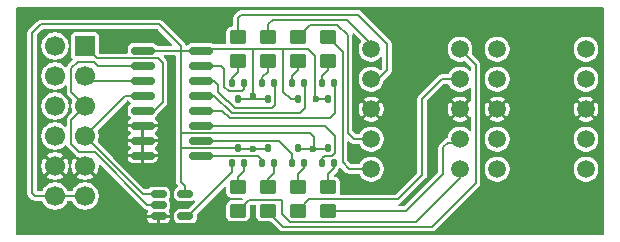
<source format=gbr>
%TF.GenerationSoftware,KiCad,Pcbnew,9.0.6-9.0.6~ubuntu24.04.1*%
%TF.CreationDate,2026-01-18T11:39:44-03:00*%
%TF.ProjectId,cotti_7seg,636f7474-695f-4377-9365-672e6b696361,0.0*%
%TF.SameCoordinates,Original*%
%TF.FileFunction,Copper,L1,Top*%
%TF.FilePolarity,Positive*%
%FSLAX46Y46*%
G04 Gerber Fmt 4.6, Leading zero omitted, Abs format (unit mm)*
G04 Created by KiCad (PCBNEW 9.0.6-9.0.6~ubuntu24.04.1) date 2026-01-18 11:39:44*
%MOMM*%
%LPD*%
G01*
G04 APERTURE LIST*
G04 Aperture macros list*
%AMRoundRect*
0 Rectangle with rounded corners*
0 $1 Rounding radius*
0 $2 $3 $4 $5 $6 $7 $8 $9 X,Y pos of 4 corners*
0 Add a 4 corners polygon primitive as box body*
4,1,4,$2,$3,$4,$5,$6,$7,$8,$9,$2,$3,0*
0 Add four circle primitives for the rounded corners*
1,1,$1+$1,$2,$3*
1,1,$1+$1,$4,$5*
1,1,$1+$1,$6,$7*
1,1,$1+$1,$8,$9*
0 Add four rect primitives between the rounded corners*
20,1,$1+$1,$2,$3,$4,$5,0*
20,1,$1+$1,$4,$5,$6,$7,0*
20,1,$1+$1,$6,$7,$8,$9,0*
20,1,$1+$1,$8,$9,$2,$3,0*%
G04 Aperture macros list end*
%TA.AperFunction,SMDPad,CuDef*%
%ADD10RoundRect,0.125000X0.125000X-0.175000X0.125000X0.175000X-0.125000X0.175000X-0.125000X-0.175000X0*%
%TD*%
%TA.AperFunction,ComponentPad*%
%ADD11C,1.508000*%
%TD*%
%TA.AperFunction,SMDPad,CuDef*%
%ADD12RoundRect,0.150000X-0.512500X-0.150000X0.512500X-0.150000X0.512500X0.150000X-0.512500X0.150000X0*%
%TD*%
%TA.AperFunction,SMDPad,CuDef*%
%ADD13RoundRect,0.150000X-0.825000X-0.150000X0.825000X-0.150000X0.825000X0.150000X-0.825000X0.150000X0*%
%TD*%
%TA.AperFunction,SMDPad,CuDef*%
%ADD14RoundRect,0.250000X-0.450000X0.350000X-0.450000X-0.350000X0.450000X-0.350000X0.450000X0.350000X0*%
%TD*%
%TA.AperFunction,SMDPad,CuDef*%
%ADD15RoundRect,0.250000X0.450000X-0.350000X0.450000X0.350000X-0.450000X0.350000X-0.450000X-0.350000X0*%
%TD*%
%TA.AperFunction,SMDPad,CuDef*%
%ADD16RoundRect,0.125000X-0.125000X0.175000X-0.125000X-0.175000X0.125000X-0.175000X0.125000X0.175000X0*%
%TD*%
%TA.AperFunction,ComponentPad*%
%ADD17R,1.700000X1.700000*%
%TD*%
%TA.AperFunction,ComponentPad*%
%ADD18C,1.700000*%
%TD*%
%TA.AperFunction,ViaPad*%
%ADD19C,0.600000*%
%TD*%
%TA.AperFunction,Conductor*%
%ADD20C,0.200000*%
%TD*%
G04 APERTURE END LIST*
D10*
%TO.P,Q1,1,G*%
%TO.N,/led_driver0/nmos_array0/a_in*%
X122944000Y-64531000D03*
%TO.P,Q1,2,S*%
%TO.N,/led_driver0/nmos_array0/a_out*%
X123944000Y-64531000D03*
%TO.P,Q1,3,D*%
%TO.N,VCC*%
X123444000Y-63231000D03*
%TD*%
%TO.P,Q7,3,D*%
%TO.N,VCC*%
X120904000Y-63246000D03*
%TO.P,Q7,2,S*%
%TO.N,/led_driver0/nmos_array0/dp_out*%
X121404000Y-64546000D03*
%TO.P,Q7,1,G*%
%TO.N,/led_driver0/nmos_array0/dp_in*%
X120404000Y-64546000D03*
%TD*%
%TO.P,Q2,3,D*%
%TO.N,VCC*%
X125984000Y-63231000D03*
%TO.P,Q2,2,S*%
%TO.N,/led_driver0/nmos_array0/b_out*%
X126484000Y-64531000D03*
%TO.P,Q2,1,G*%
%TO.N,/led_driver0/nmos_array0/b_in*%
X125484000Y-64531000D03*
%TD*%
%TO.P,Q3,3,D*%
%TO.N,VCC*%
X128524000Y-63231000D03*
%TO.P,Q3,2,S*%
%TO.N,/led_driver0/nmos_array0/c_out*%
X129024000Y-64531000D03*
%TO.P,Q3,1,G*%
%TO.N,/led_driver0/nmos_array0/c_in*%
X128024000Y-64531000D03*
%TD*%
D11*
%TO.P,U5,1,G*%
%TO.N,Net-(U5-G)*%
X142848800Y-54864000D03*
%TO.P,U5,2,F*%
%TO.N,Net-(U5-F)*%
X142848800Y-57404000D03*
%TO.P,U5,3,CC*%
%TO.N,GND*%
X142848800Y-59944000D03*
%TO.P,U5,4,E*%
%TO.N,Net-(U5-E)*%
X142848800Y-62484000D03*
%TO.P,U5,5,D*%
%TO.N,Net-(U5-D)*%
X142848800Y-65024000D03*
%TO.P,U5,6,DP*%
%TO.N,Net-(U5-DP)*%
X150368800Y-65024000D03*
%TO.P,U5,7,C*%
%TO.N,Net-(U5-C)*%
X150368800Y-62484000D03*
%TO.P,U5,8,CC*%
%TO.N,GND*%
X150368800Y-59944000D03*
%TO.P,U5,9,B*%
%TO.N,Net-(U5-B)*%
X150368800Y-57404000D03*
%TO.P,U5,10,A*%
%TO.N,Net-(U5-A)*%
X150368800Y-54864000D03*
%TD*%
D12*
%TO.P,U3,1*%
%TO.N,/d03*%
X114178500Y-67122000D03*
%TO.P,U3,2*%
%TO.N,/d02*%
X114178500Y-68072000D03*
%TO.P,U3,3,GND*%
%TO.N,GND*%
X114178500Y-69022000D03*
%TO.P,U3,4*%
%TO.N,/led_driver0/nmos_array0/dp_in*%
X116453500Y-69022000D03*
%TO.P,U3,5,VCC*%
%TO.N,VCC*%
X116453500Y-67122000D03*
%TD*%
D11*
%TO.P,U2,1,G*%
%TO.N,Net-(U2-G)*%
X132180800Y-54864000D03*
%TO.P,U2,2,F*%
%TO.N,Net-(U2-F)*%
X132180800Y-57404000D03*
%TO.P,U2,3,CC*%
%TO.N,GND*%
X132180800Y-59944000D03*
%TO.P,U2,4,E*%
%TO.N,Net-(U2-E)*%
X132180800Y-62484000D03*
%TO.P,U2,5,D*%
%TO.N,Net-(U2-D)*%
X132180800Y-65024000D03*
%TO.P,U2,6,DP*%
%TO.N,Net-(U2-DP)*%
X139700800Y-65024000D03*
%TO.P,U2,7,C*%
%TO.N,Net-(U2-C)*%
X139700800Y-62484000D03*
%TO.P,U2,8,CC*%
%TO.N,GND*%
X139700800Y-59944000D03*
%TO.P,U2,9,B*%
%TO.N,Net-(U2-B)*%
X139700800Y-57404000D03*
%TO.P,U2,10,A*%
%TO.N,Net-(U2-A)*%
X139700800Y-54864000D03*
%TD*%
D13*
%TO.P,U1,1,LE*%
%TO.N,VCC*%
X112841000Y-54991000D03*
%TO.P,U1,2,D2*%
%TO.N,/d02*%
X112841000Y-56261000D03*
%TO.P,U1,3,D1*%
%TO.N,/d01*%
X112841000Y-57531000D03*
%TO.P,U1,4,D3*%
%TO.N,/d03*%
X112841000Y-58801000D03*
%TO.P,U1,5,D0*%
%TO.N,/d00*%
X112841000Y-60071000D03*
%TO.P,U1,6,PH*%
%TO.N,GND*%
X112841000Y-61341000D03*
%TO.P,U1,7,BL*%
X112841000Y-62611000D03*
%TO.P,U1,8,VSS*%
X112841000Y-63881000D03*
%TO.P,U1,9,QA*%
%TO.N,/led_driver0/nmos_array0/a_in*%
X117791000Y-63881000D03*
%TO.P,U1,10,QB*%
%TO.N,/led_driver0/nmos_array0/b_in*%
X117791000Y-62611000D03*
%TO.P,U1,11,QC*%
%TO.N,/led_driver0/nmos_array0/c_in*%
X117791000Y-61341000D03*
%TO.P,U1,12,QD*%
%TO.N,/led_driver0/nmos_array0/d_in*%
X117791000Y-60071000D03*
%TO.P,U1,13,QE*%
%TO.N,/led_driver0/nmos_array0/e_in*%
X117791000Y-58801000D03*
%TO.P,U1,14,QG*%
%TO.N,/led_driver0/nmos_array0/g_in*%
X117791000Y-57531000D03*
%TO.P,U1,15,QF*%
%TO.N,/led_driver0/nmos_array0/f_in*%
X117791000Y-56261000D03*
%TO.P,U1,16,VDD*%
%TO.N,VCC*%
X117791000Y-54991000D03*
%TD*%
D14*
%TO.P,R8,1*%
%TO.N,/led_driver0/nmos_array0/dp_out*%
X120904000Y-66564000D03*
%TO.P,R8,2*%
%TO.N,Net-(U2-DP)*%
X120904000Y-68564000D03*
%TD*%
D15*
%TO.P,R7,1*%
%TO.N,/led_driver0/nmos_array0/g_out*%
X123444000Y-55864000D03*
%TO.P,R7,2*%
%TO.N,Net-(U2-G)*%
X123444000Y-53864000D03*
%TD*%
%TO.P,R6,1*%
%TO.N,/led_driver0/nmos_array0/f_out*%
X120904000Y-55848000D03*
%TO.P,R6,2*%
%TO.N,Net-(U2-F)*%
X120904000Y-53848000D03*
%TD*%
%TO.P,R5,1*%
%TO.N,/led_driver0/nmos_array0/e_out*%
X125984000Y-55864000D03*
%TO.P,R5,2*%
%TO.N,Net-(U2-E)*%
X125984000Y-53864000D03*
%TD*%
%TO.P,R4,1*%
%TO.N,/led_driver0/nmos_array0/d_out*%
X128524000Y-55864000D03*
%TO.P,R4,2*%
%TO.N,Net-(U2-D)*%
X128524000Y-53864000D03*
%TD*%
D14*
%TO.P,R3,1*%
%TO.N,/led_driver0/nmos_array0/c_out*%
X128524000Y-66564000D03*
%TO.P,R3,2*%
%TO.N,Net-(U2-C)*%
X128524000Y-68564000D03*
%TD*%
%TO.P,R2,1*%
%TO.N,/led_driver0/nmos_array0/b_out*%
X125984000Y-66564000D03*
%TO.P,R2,2*%
%TO.N,Net-(U2-B)*%
X125984000Y-68564000D03*
%TD*%
D16*
%TO.P,Q8,1,G*%
%TO.N,/led_driver0/nmos_array0/e_in*%
X126484000Y-57770000D03*
%TO.P,Q8,2,S*%
%TO.N,/led_driver0/nmos_array0/e_out*%
X125484000Y-57770000D03*
%TO.P,Q8,3,D*%
%TO.N,VCC*%
X125984000Y-59070000D03*
%TD*%
%TO.P,Q6,1,G*%
%TO.N,/led_driver0/nmos_array0/g_in*%
X123944000Y-57770000D03*
%TO.P,Q6,2,S*%
%TO.N,/led_driver0/nmos_array0/g_out*%
X122944000Y-57770000D03*
%TO.P,Q6,3,D*%
%TO.N,VCC*%
X123444000Y-59070000D03*
%TD*%
%TO.P,Q5,1,G*%
%TO.N,/led_driver0/nmos_array0/f_in*%
X121404000Y-57770000D03*
%TO.P,Q5,2,S*%
%TO.N,/led_driver0/nmos_array0/f_out*%
X120404000Y-57770000D03*
%TO.P,Q5,3,D*%
%TO.N,VCC*%
X120904000Y-59070000D03*
%TD*%
%TO.P,Q4,1,G*%
%TO.N,/led_driver0/nmos_array0/d_in*%
X129024000Y-57770000D03*
%TO.P,Q4,2,S*%
%TO.N,/led_driver0/nmos_array0/d_out*%
X128024000Y-57770000D03*
%TO.P,Q4,3,D*%
%TO.N,VCC*%
X128524000Y-59070000D03*
%TD*%
D17*
%TO.P,J1,1,IO1*%
%TO.N,/d00*%
X107950000Y-54610000D03*
D18*
%TO.P,J1,2,IO2/PWM*%
%TO.N,/d01*%
X107950000Y-57150000D03*
%TO.P,J1,3,IO3*%
%TO.N,/d02*%
X107950000Y-59690000D03*
%TO.P,J1,4,IO4*%
%TO.N,/d03*%
X107950000Y-62230000D03*
%TO.P,J1,5,GND*%
%TO.N,GND*%
X107950000Y-64770000D03*
%TO.P,J1,6,VCC*%
%TO.N,VCC*%
X107950000Y-67310000D03*
%TO.P,J1,7,IO5*%
%TO.N,/d10*%
X105410000Y-54610000D03*
%TO.P,J1,8,IO6/PWM*%
%TO.N,/d11*%
X105410000Y-57150000D03*
%TO.P,J1,9,IO7*%
%TO.N,/d12*%
X105410000Y-59690000D03*
%TO.P,J1,10,IO8*%
%TO.N,/d13*%
X105410000Y-62230000D03*
%TO.P,J1,11,GND*%
%TO.N,GND*%
X105410000Y-64770000D03*
%TO.P,J1,12,VCC*%
%TO.N,VCC*%
X105410000Y-67310000D03*
%TD*%
D14*
%TO.P,R1,1*%
%TO.N,/led_driver0/nmos_array0/a_out*%
X123444000Y-66564000D03*
%TO.P,R1,2*%
%TO.N,Net-(U2-A)*%
X123444000Y-68564000D03*
%TD*%
D19*
%TO.N,VCC*%
X127279400Y-63296800D03*
X122174000Y-63296800D03*
%TO.N,GND*%
X151587200Y-61264800D03*
X138328400Y-61214000D03*
X149047200Y-58877200D03*
X103327200Y-52425600D03*
X133553200Y-58775600D03*
X141681200Y-60833000D03*
X141833600Y-58775600D03*
X114401600Y-60680600D03*
X151536400Y-58674000D03*
X113893600Y-65176400D03*
X138277600Y-58775600D03*
X114401600Y-63271400D03*
X103632000Y-69164200D03*
X109423200Y-66090800D03*
X110490000Y-69164200D03*
X106629200Y-65963800D03*
X110210600Y-53771800D03*
X133553200Y-61112400D03*
%TO.N,VCC*%
X127508000Y-59131200D03*
X122199400Y-58826400D03*
%TD*%
D20*
%TO.N,/led_driver0/nmos_array0/e_in*%
X117791000Y-58801000D02*
X118897400Y-58801000D01*
X120396000Y-60299600D02*
X126161800Y-60299600D01*
X118897400Y-58801000D02*
X120396000Y-60299600D01*
X126161800Y-60299600D02*
X126619000Y-59842400D01*
X126619000Y-59842400D02*
X126619000Y-57843801D01*
X126619000Y-57843801D02*
X126483999Y-57708800D01*
%TO.N,/led_driver0/nmos_array0/d_in*%
X117791000Y-60071000D02*
X119557800Y-60071000D01*
X129159000Y-60248800D02*
X129159000Y-57843801D01*
X119557800Y-60071000D02*
X120192800Y-60706000D01*
X129159000Y-57843801D02*
X129023999Y-57708800D01*
X120192800Y-60706000D02*
X128701800Y-60706000D01*
X128701800Y-60706000D02*
X129159000Y-60248800D01*
%TO.N,/led_driver0/nmos_array0/f_in*%
X117791000Y-56261000D02*
X119456200Y-56261000D01*
X121259600Y-58394600D02*
X121403999Y-58250201D01*
X119456200Y-56261000D02*
X119761000Y-56565800D01*
X119761000Y-56565800D02*
X119761000Y-58039000D01*
X119761000Y-58039000D02*
X120116600Y-58394600D01*
X120116600Y-58394600D02*
X121259600Y-58394600D01*
X121403999Y-58250201D02*
X121403999Y-57708800D01*
%TO.N,/led_driver0/nmos_array0/g_in*%
X123943999Y-57708800D02*
X124079000Y-57843801D01*
X120133200Y-59385200D02*
X120023300Y-59275300D01*
X124079000Y-57843801D02*
X124079000Y-59613800D01*
X120023300Y-59275300D02*
X120015000Y-59275300D01*
X124079000Y-59613800D02*
X123825000Y-59867800D01*
X123825000Y-59867800D02*
X120624600Y-59867800D01*
X119253000Y-58513300D02*
X119253000Y-57912000D01*
X120624600Y-59867800D02*
X120142000Y-59385200D01*
X120142000Y-59385200D02*
X120133200Y-59385200D01*
X120015000Y-59275300D02*
X119253000Y-58513300D01*
X119253000Y-57912000D02*
X118872000Y-57531000D01*
X118872000Y-57531000D02*
X117791000Y-57531000D01*
%TO.N,VCC*%
X124640400Y-54864000D02*
X126873000Y-54864000D01*
X126873000Y-54864000D02*
X127457200Y-55448200D01*
X127635000Y-59131200D02*
X128524000Y-59131200D01*
X127457200Y-55448200D02*
X127457200Y-58953400D01*
X127457200Y-58953400D02*
X127635000Y-59131200D01*
X117791000Y-54991000D02*
X117918000Y-54864000D01*
X117918000Y-54864000D02*
X122298400Y-54864000D01*
X122199400Y-54963000D02*
X122298400Y-54864000D01*
X122298400Y-54864000D02*
X124640400Y-54864000D01*
X124640400Y-54864000D02*
X124739400Y-54963000D01*
%TO.N,Net-(U2-A)*%
X141020800Y-66243200D02*
X141020800Y-56184800D01*
X137363200Y-69900800D02*
X141020800Y-66243200D01*
X141020800Y-56184800D02*
X139700000Y-54864000D01*
X124688600Y-69900800D02*
X137363200Y-69900800D01*
X123444000Y-68656200D02*
X124688600Y-69900800D01*
X123444000Y-68548000D02*
X123444000Y-68656200D01*
%TO.N,Net-(U2-B)*%
X125984000Y-68564000D02*
X126958600Y-67589400D01*
X126958600Y-67589400D02*
X134416800Y-67589400D01*
X134416800Y-67589400D02*
X136499600Y-65506600D01*
X136499600Y-65506600D02*
X136499600Y-59080400D01*
X136499600Y-59080400D02*
X138176000Y-57404000D01*
X138176000Y-57404000D02*
X139700000Y-57404000D01*
%TO.N,Net-(U2-C)*%
X128524000Y-68564000D02*
X135144000Y-68564000D01*
X135144000Y-68564000D02*
X138277600Y-65430400D01*
X138277600Y-65430400D02*
X138277600Y-63195200D01*
X138277600Y-63195200D02*
X138684000Y-62788800D01*
X138684000Y-62788800D02*
X139395200Y-62788800D01*
X139395200Y-62788800D02*
X139700000Y-62484000D01*
%TO.N,Net-(U2-D)*%
X128524000Y-53864000D02*
X129768600Y-55108600D01*
X129768600Y-55108600D02*
X129768600Y-64465200D01*
X129768600Y-64465200D02*
X130327400Y-65024000D01*
X130327400Y-65024000D02*
X132180000Y-65024000D01*
%TO.N,Net-(U2-E)*%
X125984000Y-53864000D02*
X127041400Y-52806600D01*
X127041400Y-52806600D02*
X129311400Y-52806600D01*
X129311400Y-52806600D02*
X130200400Y-53695600D01*
X130200400Y-53695600D02*
X130200400Y-61950600D01*
X130200400Y-61950600D02*
X130733800Y-62484000D01*
X130733800Y-62484000D02*
X132180000Y-62484000D01*
%TO.N,Net-(U2-F)*%
X120904000Y-53864000D02*
X120904000Y-52197000D01*
X120904000Y-52197000D02*
X121127200Y-51973800D01*
X121127200Y-51973800D02*
X131094800Y-51973800D01*
X131094800Y-51973800D02*
X133527800Y-54406800D01*
X133527800Y-54406800D02*
X133527800Y-56667400D01*
X133527800Y-56667400D02*
X132791200Y-57404000D01*
X132791200Y-57404000D02*
X132180000Y-57404000D01*
%TO.N,Net-(U2-G)*%
X130149600Y-52374800D02*
X132180000Y-54405200D01*
X123850400Y-52374800D02*
X130149600Y-52374800D01*
X132180000Y-54405200D02*
X132180000Y-54864000D01*
X123444000Y-52781200D02*
X123850400Y-52374800D01*
X123444000Y-53864000D02*
X123444000Y-52781200D01*
%TO.N,Net-(U2-DP)*%
X120904000Y-68564000D02*
X121821000Y-67647000D01*
X121821000Y-67647000D02*
X124651160Y-67647000D01*
X124651160Y-67647000D02*
X124651160Y-68817320D01*
X124651160Y-68817320D02*
X125328240Y-69494400D01*
X125328240Y-69494400D02*
X135966200Y-69494400D01*
X135966200Y-69494400D02*
X139700000Y-65760600D01*
X139700000Y-65760600D02*
X139700000Y-65024000D01*
%TO.N,/led_driver0/nmos_array0/a_in*%
X117816400Y-63906400D02*
X122580400Y-63906400D01*
X117791000Y-63881000D02*
X117816400Y-63906400D01*
X122580400Y-63906400D02*
X122944001Y-64270001D01*
X122944001Y-64270001D02*
X122944001Y-64719200D01*
%TO.N,/led_driver0/nmos_array0/b_in*%
X117791000Y-62611000D02*
X124383800Y-62611000D01*
X124383800Y-62611000D02*
X125484001Y-63711201D01*
X125484001Y-63711201D02*
X125484001Y-64719200D01*
%TO.N,/d00*%
X114156200Y-55660000D02*
X114528600Y-56032400D01*
X114528600Y-56032400D02*
X114528600Y-59358399D01*
X114528600Y-59358399D02*
X113815999Y-60071000D01*
X109000000Y-55660000D02*
X114156200Y-55660000D01*
X107950000Y-54610000D02*
X109000000Y-55660000D01*
X113815999Y-60071000D02*
X112841000Y-60071000D01*
%TO.N,/d03*%
X107950000Y-62230000D02*
X112842000Y-67122000D01*
X112842000Y-67122000D02*
X114178500Y-67122000D01*
X107950000Y-62230000D02*
X111379000Y-58801000D01*
X111379000Y-58801000D02*
X112841000Y-58801000D01*
%TO.N,VCC*%
X122199400Y-54963000D02*
X122199400Y-58826400D01*
X104190800Y-52781200D02*
X114249200Y-52781200D01*
X122199400Y-59105800D02*
X122174000Y-59131200D01*
X103733600Y-67310000D02*
X103479600Y-67056000D01*
X105410000Y-67310000D02*
X103733600Y-67310000D01*
X124739400Y-54963000D02*
X124739400Y-58496200D01*
X103479600Y-67056000D02*
X103479600Y-53492400D01*
X125374400Y-59131200D02*
X125984000Y-59131200D01*
X116078000Y-54991000D02*
X117791000Y-54991000D01*
X112841000Y-54991000D02*
X116078000Y-54991000D01*
X103479600Y-53492400D02*
X104190800Y-52781200D01*
X124739400Y-58496200D02*
X125374400Y-59131200D01*
X116078000Y-61950600D02*
X116078000Y-66116200D01*
X127406400Y-63296800D02*
X125984000Y-63296800D01*
X114249200Y-52781200D02*
X116078000Y-54610000D01*
X120904000Y-59131200D02*
X122174000Y-59131200D01*
X127406400Y-63296800D02*
X128524000Y-63296800D01*
X116078000Y-54991000D02*
X116078000Y-61950600D01*
X122199400Y-58826400D02*
X122199400Y-59105800D01*
X116078000Y-54610000D02*
X116078000Y-54991000D01*
X116453500Y-66491700D02*
X116453500Y-67122000D01*
X107950000Y-67310000D02*
X105410000Y-67310000D01*
X123444000Y-59131200D02*
X122174000Y-59131200D01*
X116078000Y-66116200D02*
X116453500Y-66491700D01*
%TO.N,/d01*%
X107950000Y-57150000D02*
X108331000Y-57531000D01*
X108331000Y-57531000D02*
X112841000Y-57531000D01*
%TO.N,/d02*%
X106799000Y-56472200D02*
X107336250Y-55934950D01*
X106799000Y-58539000D02*
X106799000Y-56472200D01*
X113224900Y-68072000D02*
X114178500Y-68072000D01*
X109033900Y-56261000D02*
X112841000Y-56261000D01*
X107950000Y-59690000D02*
X106799000Y-58539000D01*
X106799000Y-60841000D02*
X106799000Y-62944760D01*
X108771900Y-63619000D02*
X113224900Y-68072000D01*
X107950000Y-59690000D02*
X106799000Y-60841000D01*
X107473240Y-63619000D02*
X108771900Y-63619000D01*
X106799000Y-62944760D02*
X107473240Y-63619000D01*
X107336250Y-55934950D02*
X108707850Y-55934950D01*
X108707850Y-55934950D02*
X109033900Y-56261000D01*
%TO.N,/led_driver0/nmos_array0/a_out*%
X123943999Y-64719200D02*
X123943999Y-65387601D01*
X123444000Y-65887600D02*
X123444000Y-66548000D01*
X123943999Y-65387601D02*
X123444000Y-65887600D01*
%TO.N,/led_driver0/nmos_array0/b_out*%
X126483999Y-64719200D02*
X126483999Y-64955801D01*
X125984000Y-65455800D02*
X125984000Y-66564000D01*
X126483999Y-64955801D02*
X125984000Y-65455800D01*
%TO.N,/led_driver0/nmos_array0/c_out*%
X129023999Y-64719200D02*
X129023999Y-64930401D01*
X128524000Y-65430400D02*
X128524000Y-66564000D01*
X129023999Y-64930401D02*
X128524000Y-65430400D01*
%TO.N,/led_driver0/nmos_array0/d_out*%
X128024001Y-57167399D02*
X128524000Y-56667400D01*
X128524000Y-56667400D02*
X128524000Y-55864000D01*
X128024001Y-57708800D02*
X128024001Y-57167399D01*
%TO.N,/led_driver0/nmos_array0/e_out*%
X125484001Y-57708800D02*
X125484001Y-57167399D01*
X125984000Y-56667400D02*
X125984000Y-55864000D01*
X125484001Y-57167399D02*
X125984000Y-56667400D01*
%TO.N,/led_driver0/nmos_array0/f_out*%
X120404001Y-57294399D02*
X120904000Y-56794400D01*
X120904000Y-56794400D02*
X120904000Y-55864000D01*
X120404001Y-57708800D02*
X120404001Y-57294399D01*
%TO.N,/led_driver0/nmos_array0/g_out*%
X123444000Y-56769000D02*
X123444000Y-55864000D01*
X122944001Y-57708800D02*
X122944001Y-57268999D01*
X122944001Y-57268999D02*
X123444000Y-56769000D01*
%TO.N,/led_driver0/nmos_array0/dp_out*%
X121403999Y-65209801D02*
X120904000Y-65709800D01*
X120904000Y-65709800D02*
X120904000Y-66564000D01*
X121403999Y-64719200D02*
X121403999Y-65209801D01*
%TO.N,/led_driver0/nmos_array0/dp_in*%
X116453500Y-69022000D02*
X116652000Y-69022000D01*
X120404001Y-65269999D02*
X120404001Y-64719200D01*
X116652000Y-69022000D02*
X120404001Y-65269999D01*
%TO.N,VCC*%
X123444000Y-63296800D02*
X120904000Y-63296800D01*
X120887200Y-63280000D02*
X120904000Y-63296800D01*
X116078000Y-63280000D02*
X120887200Y-63280000D01*
X116078000Y-61950600D02*
X116078000Y-63280000D01*
X127330200Y-63246000D02*
X127279400Y-63296800D01*
X127330200Y-62306200D02*
X127330200Y-63246000D01*
X126974600Y-61950600D02*
X127330200Y-62306200D01*
X127279400Y-63296800D02*
X127406400Y-63296800D01*
X116078000Y-61950600D02*
X126974600Y-61950600D01*
%TO.N,/led_driver0/nmos_array0/c_in*%
X117791000Y-61341000D02*
X128270000Y-61341000D01*
X129159000Y-63627000D02*
X128905000Y-63881000D01*
X128024001Y-64126999D02*
X128024001Y-64719200D01*
X128270000Y-61341000D02*
X129159000Y-62230000D01*
X129159000Y-62230000D02*
X129159000Y-63627000D01*
X128905000Y-63881000D02*
X128270000Y-63881000D01*
X128270000Y-63881000D02*
X128024001Y-64126999D01*
%TD*%
%TA.AperFunction,Conductor*%
%TO.N,GND*%
G36*
X138684740Y-57812811D02*
G01*
X138710887Y-57819089D01*
X138713508Y-57822158D01*
X138717351Y-57823407D01*
X138750624Y-57865614D01*
X138766313Y-57903492D01*
X138879706Y-58073194D01*
X138881717Y-58076204D01*
X139028596Y-58223083D01*
X139201307Y-58338486D01*
X139393214Y-58417976D01*
X139596941Y-58458500D01*
X139596942Y-58458500D01*
X139804658Y-58458500D01*
X139804659Y-58458500D01*
X140008386Y-58417976D01*
X140200293Y-58338486D01*
X140373004Y-58223083D01*
X140451296Y-58144791D01*
X140505813Y-58117014D01*
X140566245Y-58126585D01*
X140609510Y-58169850D01*
X140620300Y-58214795D01*
X140620300Y-59209393D01*
X140601393Y-59267584D01*
X140557338Y-59299591D01*
X140144470Y-59712460D01*
X140100899Y-59636993D01*
X140007807Y-59543901D01*
X139932336Y-59500328D01*
X140333526Y-59099139D01*
X140200054Y-59009956D01*
X140008239Y-58930503D01*
X139804612Y-58890000D01*
X139596987Y-58890000D01*
X139393360Y-58930503D01*
X139201545Y-59009956D01*
X139201536Y-59009960D01*
X139068072Y-59099139D01*
X139469261Y-59500328D01*
X139393793Y-59543901D01*
X139300701Y-59636993D01*
X139257128Y-59712461D01*
X138855939Y-59311272D01*
X138766760Y-59444736D01*
X138766756Y-59444745D01*
X138687303Y-59636560D01*
X138646800Y-59840187D01*
X138646800Y-60047812D01*
X138687303Y-60251439D01*
X138766756Y-60443254D01*
X138855939Y-60576726D01*
X139257128Y-60175536D01*
X139300701Y-60251007D01*
X139393793Y-60344099D01*
X139469260Y-60387670D01*
X139068071Y-60788858D01*
X139201544Y-60878043D01*
X139393360Y-60957496D01*
X139596987Y-60997999D01*
X139596991Y-60998000D01*
X139804609Y-60998000D01*
X139804612Y-60997999D01*
X140008239Y-60957496D01*
X140200055Y-60878043D01*
X140333526Y-60788858D01*
X139932338Y-60387670D01*
X140007807Y-60344099D01*
X140100899Y-60251007D01*
X140144470Y-60175538D01*
X140559530Y-60590598D01*
X140571358Y-60593193D01*
X140612002Y-60638929D01*
X140620300Y-60678605D01*
X140620300Y-61673205D01*
X140601393Y-61731396D01*
X140551893Y-61767360D01*
X140490707Y-61767360D01*
X140451296Y-61743209D01*
X140373003Y-61664916D01*
X140200290Y-61549512D01*
X140008386Y-61470024D01*
X139804661Y-61429500D01*
X139804659Y-61429500D01*
X139596941Y-61429500D01*
X139596938Y-61429500D01*
X139393214Y-61470024D01*
X139393212Y-61470024D01*
X139201309Y-61549512D01*
X139201308Y-61549512D01*
X139028596Y-61664916D01*
X138881716Y-61811796D01*
X138766312Y-61984508D01*
X138766312Y-61984509D01*
X138686824Y-62176412D01*
X138657441Y-62324128D01*
X138627544Y-62377511D01*
X138585966Y-62400439D01*
X138584779Y-62400758D01*
X138529408Y-62415594D01*
X138502253Y-62431272D01*
X138502254Y-62431273D01*
X138438088Y-62468319D01*
X137957116Y-62949291D01*
X137904394Y-63040607D01*
X137904393Y-63040612D01*
X137888655Y-63099347D01*
X137888655Y-63099348D01*
X137888654Y-63099347D01*
X137877100Y-63142471D01*
X137877100Y-65223499D01*
X137858193Y-65281690D01*
X137848104Y-65293503D01*
X135007103Y-68134504D01*
X134952586Y-68162281D01*
X134937099Y-68163500D01*
X134573624Y-68163500D01*
X134515433Y-68144593D01*
X134479469Y-68095093D01*
X134479469Y-68033907D01*
X134515433Y-67984407D01*
X134547999Y-67968873D01*
X134571388Y-67962607D01*
X134571390Y-67962605D01*
X134571392Y-67962605D01*
X134662708Y-67909883D01*
X134662708Y-67909882D01*
X134662713Y-67909880D01*
X136820080Y-65752513D01*
X136823503Y-65746585D01*
X136872805Y-65661192D01*
X136872805Y-65661190D01*
X136872807Y-65661188D01*
X136900100Y-65559327D01*
X136900100Y-65453873D01*
X136900100Y-59287300D01*
X136919007Y-59229109D01*
X136929096Y-59217296D01*
X138312896Y-57833496D01*
X138367413Y-57805719D01*
X138382900Y-57804500D01*
X138659160Y-57804500D01*
X138684740Y-57812811D01*
G37*
%TD.AperFunction*%
%TA.AperFunction,Conductor*%
G36*
X151851191Y-51326907D02*
G01*
X151887155Y-51376407D01*
X151892000Y-51407000D01*
X151892000Y-70513000D01*
X151873093Y-70571191D01*
X151823593Y-70607155D01*
X151793000Y-70612000D01*
X102207000Y-70612000D01*
X102148809Y-70593093D01*
X102112845Y-70543593D01*
X102108000Y-70513000D01*
X102108000Y-69172001D01*
X113216001Y-69172001D01*
X113216001Y-69226203D01*
X113218850Y-69256600D01*
X113218850Y-69256602D01*
X113263654Y-69384647D01*
X113344207Y-69493790D01*
X113344209Y-69493792D01*
X113453352Y-69574345D01*
X113581398Y-69619149D01*
X113611789Y-69621999D01*
X114028498Y-69621999D01*
X114028500Y-69621998D01*
X114028500Y-69172001D01*
X114328500Y-69172001D01*
X114328500Y-69621998D01*
X114328501Y-69621999D01*
X114745203Y-69621999D01*
X114775600Y-69619149D01*
X114775602Y-69619149D01*
X114903647Y-69574345D01*
X115012790Y-69493792D01*
X115012792Y-69493790D01*
X115093345Y-69384647D01*
X115138149Y-69256601D01*
X115140999Y-69226211D01*
X115141000Y-69226210D01*
X115141000Y-69172001D01*
X115140999Y-69172000D01*
X114328501Y-69172000D01*
X114328500Y-69172001D01*
X114028500Y-69172001D01*
X114028499Y-69172000D01*
X113216002Y-69172000D01*
X113216001Y-69172001D01*
X102108000Y-69172001D01*
X102108000Y-53439673D01*
X103079100Y-53439673D01*
X103079100Y-67003273D01*
X103079100Y-67108727D01*
X103099897Y-67186343D01*
X103106394Y-67210592D01*
X103159116Y-67301908D01*
X103159118Y-67301910D01*
X103159120Y-67301913D01*
X103487687Y-67630480D01*
X103487689Y-67630481D01*
X103487691Y-67630483D01*
X103579008Y-67683205D01*
X103579006Y-67683205D01*
X103579010Y-67683206D01*
X103579012Y-67683207D01*
X103680873Y-67710500D01*
X104262161Y-67710500D01*
X104320352Y-67729407D01*
X104350368Y-67764552D01*
X104391266Y-67844817D01*
X104424418Y-67909883D01*
X104426004Y-67912994D01*
X104532447Y-68059501D01*
X104660499Y-68187553D01*
X104807006Y-68293996D01*
X104968361Y-68376211D01*
X105140591Y-68432171D01*
X105212136Y-68443502D01*
X105319451Y-68460500D01*
X105319454Y-68460500D01*
X105500549Y-68460500D01*
X105589977Y-68446335D01*
X105679409Y-68432171D01*
X105851639Y-68376211D01*
X106012994Y-68293996D01*
X106159501Y-68187553D01*
X106287553Y-68059501D01*
X106393996Y-67912994D01*
X106469630Y-67764553D01*
X106512894Y-67721290D01*
X106557839Y-67710500D01*
X106802161Y-67710500D01*
X106860352Y-67729407D01*
X106890368Y-67764552D01*
X106931266Y-67844817D01*
X106964418Y-67909883D01*
X106966004Y-67912994D01*
X107072447Y-68059501D01*
X107200499Y-68187553D01*
X107347006Y-68293996D01*
X107508361Y-68376211D01*
X107680591Y-68432171D01*
X107752136Y-68443502D01*
X107859451Y-68460500D01*
X107859454Y-68460500D01*
X108040549Y-68460500D01*
X108129977Y-68446335D01*
X108219409Y-68432171D01*
X108391639Y-68376211D01*
X108552994Y-68293996D01*
X108699501Y-68187553D01*
X108827553Y-68059501D01*
X108933996Y-67912994D01*
X109016211Y-67751639D01*
X109072171Y-67579409D01*
X109090371Y-67464499D01*
X109100500Y-67400549D01*
X109100500Y-67219450D01*
X109075135Y-67059307D01*
X109072171Y-67040591D01*
X109016211Y-66868361D01*
X108933996Y-66707006D01*
X108827553Y-66560499D01*
X108699501Y-66432447D01*
X108552994Y-66326004D01*
X108552993Y-66326003D01*
X108552991Y-66326002D01*
X108391637Y-66243788D01*
X108219406Y-66187828D01*
X108040549Y-66159500D01*
X108040546Y-66159500D01*
X107859454Y-66159500D01*
X107859451Y-66159500D01*
X107680593Y-66187828D01*
X107508362Y-66243788D01*
X107347008Y-66326002D01*
X107297306Y-66362113D01*
X107200499Y-66432447D01*
X107072447Y-66560499D01*
X107064217Y-66571827D01*
X106966002Y-66707008D01*
X106939452Y-66759116D01*
X106890369Y-66855446D01*
X106847106Y-66898710D01*
X106802161Y-66909500D01*
X106557839Y-66909500D01*
X106499648Y-66890593D01*
X106469631Y-66855447D01*
X106393996Y-66707006D01*
X106287553Y-66560499D01*
X106159501Y-66432447D01*
X106012994Y-66326004D01*
X106012993Y-66326003D01*
X106012991Y-66326002D01*
X105851637Y-66243788D01*
X105679406Y-66187828D01*
X105500549Y-66159500D01*
X105500546Y-66159500D01*
X105319454Y-66159500D01*
X105319451Y-66159500D01*
X105140593Y-66187828D01*
X104968362Y-66243788D01*
X104807008Y-66326002D01*
X104757306Y-66362113D01*
X104660499Y-66432447D01*
X104532447Y-66560499D01*
X104524217Y-66571827D01*
X104426002Y-66707008D01*
X104399452Y-66759116D01*
X104350369Y-66855446D01*
X104307106Y-66898710D01*
X104262161Y-66909500D01*
X103979100Y-66909500D01*
X103920909Y-66890593D01*
X103884945Y-66841093D01*
X103880100Y-66810500D01*
X103880100Y-64679489D01*
X104260000Y-64679489D01*
X104260000Y-64860510D01*
X104288316Y-65039289D01*
X104344250Y-65211440D01*
X104426430Y-65372728D01*
X104497424Y-65470442D01*
X104966328Y-65001536D01*
X105009901Y-65077007D01*
X105102993Y-65170099D01*
X105178460Y-65213670D01*
X104709556Y-65682574D01*
X104709556Y-65682575D01*
X104807263Y-65753564D01*
X104807269Y-65753568D01*
X104968559Y-65835749D01*
X105140710Y-65891683D01*
X105319490Y-65920000D01*
X105500510Y-65920000D01*
X105679289Y-65891683D01*
X105851440Y-65835749D01*
X106012730Y-65753568D01*
X106012735Y-65753564D01*
X106110442Y-65682575D01*
X106110442Y-65682574D01*
X105641538Y-65213670D01*
X105717007Y-65170099D01*
X105810099Y-65077007D01*
X105853670Y-65001538D01*
X106322574Y-65470442D01*
X106322575Y-65470442D01*
X106393564Y-65372735D01*
X106393568Y-65372730D01*
X106475749Y-65211440D01*
X106531683Y-65039289D01*
X106560000Y-64860510D01*
X106560000Y-64679489D01*
X106531683Y-64500710D01*
X106475749Y-64328559D01*
X106393568Y-64167269D01*
X106393564Y-64167263D01*
X106322575Y-64069556D01*
X106322574Y-64069556D01*
X105853670Y-64538460D01*
X105810099Y-64462993D01*
X105717007Y-64369901D01*
X105641536Y-64326328D01*
X106110442Y-63857424D01*
X106012728Y-63786430D01*
X105851440Y-63704250D01*
X105679289Y-63648316D01*
X105500510Y-63620000D01*
X105319490Y-63620000D01*
X105140710Y-63648316D01*
X104968559Y-63704250D01*
X104807269Y-63786431D01*
X104807265Y-63786433D01*
X104709556Y-63857423D01*
X105178461Y-64326328D01*
X105102993Y-64369901D01*
X105009901Y-64462993D01*
X104966328Y-64538461D01*
X104497423Y-64069556D01*
X104426433Y-64167265D01*
X104426431Y-64167269D01*
X104344250Y-64328559D01*
X104288316Y-64500710D01*
X104260000Y-64679489D01*
X103880100Y-64679489D01*
X103880100Y-59599450D01*
X104259500Y-59599450D01*
X104259500Y-59780549D01*
X104287828Y-59959406D01*
X104343788Y-60131637D01*
X104422742Y-60286593D01*
X104426004Y-60292994D01*
X104532447Y-60439501D01*
X104660499Y-60567553D01*
X104807006Y-60673996D01*
X104968361Y-60756211D01*
X105140591Y-60812171D01*
X105212136Y-60823502D01*
X105319451Y-60840500D01*
X105319454Y-60840500D01*
X105500549Y-60840500D01*
X105592014Y-60826013D01*
X105679409Y-60812171D01*
X105851639Y-60756211D01*
X106012994Y-60673996D01*
X106159501Y-60567553D01*
X106287553Y-60439501D01*
X106393996Y-60292994D01*
X106476211Y-60131639D01*
X106532171Y-59959409D01*
X106547961Y-59859713D01*
X106560500Y-59780549D01*
X106560500Y-59599450D01*
X106537095Y-59451679D01*
X106532171Y-59420591D01*
X106476211Y-59248361D01*
X106393996Y-59087006D01*
X106287553Y-58940499D01*
X106159501Y-58812447D01*
X106012994Y-58706004D01*
X106012993Y-58706003D01*
X106012991Y-58706002D01*
X105851637Y-58623788D01*
X105679406Y-58567828D01*
X105500549Y-58539500D01*
X105500546Y-58539500D01*
X105319454Y-58539500D01*
X105319451Y-58539500D01*
X105140593Y-58567828D01*
X104968362Y-58623788D01*
X104807008Y-58706002D01*
X104733752Y-58759225D01*
X104660499Y-58812447D01*
X104532447Y-58940499D01*
X104506210Y-58976612D01*
X104426002Y-59087008D01*
X104343788Y-59248362D01*
X104287828Y-59420593D01*
X104259500Y-59599450D01*
X103880100Y-59599450D01*
X103880100Y-54519450D01*
X104259500Y-54519450D01*
X104259500Y-54700549D01*
X104287828Y-54879406D01*
X104343788Y-55051637D01*
X104399256Y-55160500D01*
X104426004Y-55212994D01*
X104532447Y-55359501D01*
X104660499Y-55487553D01*
X104807006Y-55593996D01*
X104968361Y-55676211D01*
X105140591Y-55732171D01*
X105212136Y-55743502D01*
X105319451Y-55760500D01*
X105319454Y-55760500D01*
X105500549Y-55760500D01*
X105589977Y-55746335D01*
X105679409Y-55732171D01*
X105851639Y-55676211D01*
X106012994Y-55593996D01*
X106159501Y-55487553D01*
X106287553Y-55359501D01*
X106393996Y-55212994D01*
X106476211Y-55051639D01*
X106532171Y-54879409D01*
X106552053Y-54753877D01*
X106560500Y-54700549D01*
X106560500Y-54519450D01*
X106535892Y-54364087D01*
X106532171Y-54340591D01*
X106476211Y-54168361D01*
X106393996Y-54007006D01*
X106287553Y-53860499D01*
X106159501Y-53732447D01*
X106012994Y-53626004D01*
X106012993Y-53626003D01*
X106012991Y-53626002D01*
X105851637Y-53543788D01*
X105679406Y-53487828D01*
X105500549Y-53459500D01*
X105500546Y-53459500D01*
X105319454Y-53459500D01*
X105319451Y-53459500D01*
X105140593Y-53487828D01*
X104968362Y-53543788D01*
X104807008Y-53626002D01*
X104762565Y-53658292D01*
X104660499Y-53732447D01*
X104532447Y-53860499D01*
X104531725Y-53861493D01*
X104426002Y-54007008D01*
X104343788Y-54168362D01*
X104287828Y-54340593D01*
X104259500Y-54519450D01*
X103880100Y-54519450D01*
X103880100Y-53699300D01*
X103899007Y-53641109D01*
X103909096Y-53629296D01*
X104327696Y-53210696D01*
X104382213Y-53182919D01*
X104397700Y-53181700D01*
X114042299Y-53181700D01*
X114100490Y-53200607D01*
X114112303Y-53210696D01*
X114763100Y-53861493D01*
X115323104Y-54421496D01*
X115350881Y-54476013D01*
X115341310Y-54536445D01*
X115298045Y-54579710D01*
X115253100Y-54590500D01*
X114091008Y-54590500D01*
X114032817Y-54571593D01*
X114011352Y-54550288D01*
X114002593Y-54538420D01*
X113988150Y-54518850D01*
X113988149Y-54518849D01*
X113878883Y-54438207D01*
X113750703Y-54393355D01*
X113750694Y-54393353D01*
X113720274Y-54390500D01*
X113720266Y-54390500D01*
X111961734Y-54390500D01*
X111961725Y-54390500D01*
X111931305Y-54393353D01*
X111931296Y-54393355D01*
X111803116Y-54438207D01*
X111693855Y-54518845D01*
X111693845Y-54518855D01*
X111613207Y-54628116D01*
X111568355Y-54756296D01*
X111568353Y-54756305D01*
X111565500Y-54786725D01*
X111565500Y-55160500D01*
X111546593Y-55218691D01*
X111497093Y-55254655D01*
X111466500Y-55259500D01*
X109206901Y-55259500D01*
X109199303Y-55257031D01*
X109191414Y-55258281D01*
X109170758Y-55247756D01*
X109148710Y-55240593D01*
X109136897Y-55230504D01*
X109129495Y-55223102D01*
X109101718Y-55168585D01*
X109100499Y-55153098D01*
X109100499Y-53715139D01*
X109100499Y-53715136D01*
X109097585Y-53690009D01*
X109052206Y-53587235D01*
X108972765Y-53507794D01*
X108869991Y-53462415D01*
X108869990Y-53462414D01*
X108869988Y-53462414D01*
X108844868Y-53459500D01*
X107055139Y-53459500D01*
X107055136Y-53459501D01*
X107030009Y-53462414D01*
X106927235Y-53507794D01*
X106847794Y-53587235D01*
X106802414Y-53690011D01*
X106799500Y-53715130D01*
X106799500Y-55504860D01*
X106799501Y-55504863D01*
X106802414Y-55529990D01*
X106808509Y-55543793D01*
X106847794Y-55632765D01*
X106889915Y-55674886D01*
X106917691Y-55729401D01*
X106908120Y-55789833D01*
X106889914Y-55814891D01*
X106478520Y-56226286D01*
X106478516Y-56226291D01*
X106425794Y-56317608D01*
X106425793Y-56317611D01*
X106423443Y-56326381D01*
X106390118Y-56377695D01*
X106332996Y-56399620D01*
X106273896Y-56383783D01*
X106257818Y-56370764D01*
X106159501Y-56272447D01*
X106012994Y-56166004D01*
X106012993Y-56166003D01*
X106012991Y-56166002D01*
X105851637Y-56083788D01*
X105679406Y-56027828D01*
X105500549Y-55999500D01*
X105500546Y-55999500D01*
X105319454Y-55999500D01*
X105319451Y-55999500D01*
X105140593Y-56027828D01*
X104968362Y-56083788D01*
X104807008Y-56166002D01*
X104733752Y-56219225D01*
X104660499Y-56272447D01*
X104532447Y-56400499D01*
X104524663Y-56411213D01*
X104426002Y-56547008D01*
X104343788Y-56708362D01*
X104287828Y-56880593D01*
X104259500Y-57059450D01*
X104259500Y-57240549D01*
X104287828Y-57419406D01*
X104343788Y-57591637D01*
X104421499Y-57744154D01*
X104426004Y-57752994D01*
X104532447Y-57899501D01*
X104660499Y-58027553D01*
X104807006Y-58133996D01*
X104968361Y-58216211D01*
X105140591Y-58272171D01*
X105212136Y-58283502D01*
X105319451Y-58300500D01*
X105319454Y-58300500D01*
X105500549Y-58300500D01*
X105589977Y-58286335D01*
X105679409Y-58272171D01*
X105851639Y-58216211D01*
X106012994Y-58133996D01*
X106159501Y-58027553D01*
X106229498Y-57957555D01*
X106284013Y-57929780D01*
X106344445Y-57939351D01*
X106387710Y-57982616D01*
X106398500Y-58027561D01*
X106398500Y-58486273D01*
X106398500Y-58591727D01*
X106414296Y-58650680D01*
X106425794Y-58693592D01*
X106478516Y-58784908D01*
X106478520Y-58784913D01*
X106855158Y-59161552D01*
X106882935Y-59216068D01*
X106879309Y-59262147D01*
X106827828Y-59420593D01*
X106799500Y-59599450D01*
X106799500Y-59780549D01*
X106827828Y-59959406D01*
X106879309Y-60117852D01*
X106879308Y-60179037D01*
X106855158Y-60218447D01*
X106478520Y-60595086D01*
X106478516Y-60595091D01*
X106425795Y-60686406D01*
X106410536Y-60743354D01*
X106398500Y-60788273D01*
X106398500Y-61352439D01*
X106379593Y-61410630D01*
X106330093Y-61446594D01*
X106268907Y-61446594D01*
X106229498Y-61422444D01*
X106159501Y-61352447D01*
X106012994Y-61246004D01*
X106012993Y-61246003D01*
X106012991Y-61246002D01*
X105851637Y-61163788D01*
X105679406Y-61107828D01*
X105500549Y-61079500D01*
X105500546Y-61079500D01*
X105319454Y-61079500D01*
X105319451Y-61079500D01*
X105140593Y-61107828D01*
X104968362Y-61163788D01*
X104807008Y-61246002D01*
X104787735Y-61260005D01*
X104660499Y-61352447D01*
X104532447Y-61480499D01*
X104524818Y-61491000D01*
X104426002Y-61627008D01*
X104343788Y-61788362D01*
X104287828Y-61960593D01*
X104259500Y-62139450D01*
X104259500Y-62320549D01*
X104287828Y-62499406D01*
X104343788Y-62671637D01*
X104423404Y-62827893D01*
X104426004Y-62832994D01*
X104532447Y-62979501D01*
X104660499Y-63107553D01*
X104807006Y-63213996D01*
X104968361Y-63296211D01*
X105140591Y-63352171D01*
X105196923Y-63361093D01*
X105319451Y-63380500D01*
X105319454Y-63380500D01*
X105500549Y-63380500D01*
X105592361Y-63365958D01*
X105679409Y-63352171D01*
X105851639Y-63296211D01*
X106012994Y-63213996D01*
X106159501Y-63107553D01*
X106250004Y-63017049D01*
X106304518Y-62989273D01*
X106364951Y-62998844D01*
X106408215Y-63042108D01*
X106415632Y-63061430D01*
X106425792Y-63099346D01*
X106425794Y-63099351D01*
X106478516Y-63190668D01*
X106478517Y-63190669D01*
X106478518Y-63190670D01*
X106478520Y-63190673D01*
X106826346Y-63538499D01*
X107152759Y-63864912D01*
X107152760Y-63864913D01*
X107152759Y-63864913D01*
X107190462Y-63902615D01*
X107227327Y-63939480D01*
X107314979Y-63990086D01*
X107318650Y-63992205D01*
X107318653Y-63992207D01*
X107382758Y-64009383D01*
X107427138Y-64035006D01*
X107718461Y-64326329D01*
X107642993Y-64369901D01*
X107549901Y-64462993D01*
X107506328Y-64538461D01*
X107037423Y-64069556D01*
X106966433Y-64167265D01*
X106966431Y-64167269D01*
X106884250Y-64328559D01*
X106828316Y-64500710D01*
X106800000Y-64679489D01*
X106800000Y-64860510D01*
X106828316Y-65039289D01*
X106884250Y-65211440D01*
X106966430Y-65372728D01*
X107037424Y-65470442D01*
X107506328Y-65001536D01*
X107549901Y-65077007D01*
X107642993Y-65170099D01*
X107718460Y-65213670D01*
X107249556Y-65682574D01*
X107249556Y-65682575D01*
X107347263Y-65753564D01*
X107347269Y-65753568D01*
X107508559Y-65835749D01*
X107680710Y-65891683D01*
X107859490Y-65920000D01*
X108040510Y-65920000D01*
X108219289Y-65891683D01*
X108391440Y-65835749D01*
X108552730Y-65753568D01*
X108552735Y-65753564D01*
X108650442Y-65682575D01*
X108650442Y-65682574D01*
X108181538Y-65213670D01*
X108257007Y-65170099D01*
X108350099Y-65077007D01*
X108393670Y-65001538D01*
X108862574Y-65470442D01*
X108862575Y-65470442D01*
X108933564Y-65372735D01*
X108933568Y-65372730D01*
X109015749Y-65211440D01*
X109071683Y-65039289D01*
X109100000Y-64860510D01*
X109100000Y-64752500D01*
X109118907Y-64694309D01*
X109168407Y-64658345D01*
X109229593Y-64658345D01*
X109269001Y-64682494D01*
X112978987Y-68392480D01*
X112978989Y-68392481D01*
X112978991Y-68392483D01*
X113070308Y-68445205D01*
X113070306Y-68445205D01*
X113070310Y-68445206D01*
X113070312Y-68445207D01*
X113172173Y-68472500D01*
X113205450Y-68472500D01*
X113263641Y-68491407D01*
X113299605Y-68540907D01*
X113299605Y-68602093D01*
X113285105Y-68630288D01*
X113263655Y-68659350D01*
X113218850Y-68787398D01*
X113216000Y-68817788D01*
X113216000Y-68871999D01*
X113216001Y-68872000D01*
X115140998Y-68872000D01*
X115140999Y-68871999D01*
X115140999Y-68817796D01*
X115138149Y-68787399D01*
X115138149Y-68787397D01*
X115093345Y-68659352D01*
X115054123Y-68606210D01*
X115034781Y-68548162D01*
X115053252Y-68489832D01*
X115054068Y-68488707D01*
X115093793Y-68434882D01*
X115138646Y-68306699D01*
X115141499Y-68276273D01*
X115141500Y-68276273D01*
X115141500Y-67867727D01*
X115141499Y-67867725D01*
X115138646Y-67837305D01*
X115138646Y-67837301D01*
X115093793Y-67709118D01*
X115079362Y-67689565D01*
X115054434Y-67655788D01*
X115035092Y-67597741D01*
X115053563Y-67539410D01*
X115054434Y-67538212D01*
X115093792Y-67484883D01*
X115093791Y-67484883D01*
X115093793Y-67484882D01*
X115138646Y-67356699D01*
X115141499Y-67326273D01*
X115141500Y-67326273D01*
X115141500Y-66917727D01*
X115141499Y-66917725D01*
X115139716Y-66898710D01*
X115138646Y-66887301D01*
X115093793Y-66759118D01*
X115055334Y-66707008D01*
X115013154Y-66649855D01*
X115013152Y-66649853D01*
X115013150Y-66649850D01*
X115013146Y-66649847D01*
X115013144Y-66649845D01*
X114903883Y-66569207D01*
X114775703Y-66524355D01*
X114775694Y-66524353D01*
X114745274Y-66521500D01*
X114745266Y-66521500D01*
X113611734Y-66521500D01*
X113611725Y-66521500D01*
X113581305Y-66524353D01*
X113581296Y-66524355D01*
X113453116Y-66569207D01*
X113343850Y-66649849D01*
X113320648Y-66681288D01*
X113308187Y-66690199D01*
X113299183Y-66702593D01*
X113283927Y-66707549D01*
X113270880Y-66716881D01*
X113240992Y-66721500D01*
X113048900Y-66721500D01*
X112990709Y-66702593D01*
X112978896Y-66692504D01*
X110346390Y-64059997D01*
X110317394Y-64031001D01*
X111566001Y-64031001D01*
X111566001Y-64085203D01*
X111568850Y-64115600D01*
X111568850Y-64115602D01*
X111613654Y-64243647D01*
X111694207Y-64352790D01*
X111694209Y-64352792D01*
X111803352Y-64433345D01*
X111931398Y-64478149D01*
X111961789Y-64480999D01*
X112690998Y-64480999D01*
X112691000Y-64480998D01*
X112691000Y-64031001D01*
X112991000Y-64031001D01*
X112991000Y-64480998D01*
X112991001Y-64480999D01*
X113720203Y-64480999D01*
X113750600Y-64478149D01*
X113750602Y-64478149D01*
X113878647Y-64433345D01*
X113987790Y-64352792D01*
X113987792Y-64352790D01*
X114068345Y-64243647D01*
X114113149Y-64115601D01*
X114115999Y-64085211D01*
X114116000Y-64085210D01*
X114116000Y-64031001D01*
X114115999Y-64031000D01*
X112991001Y-64031000D01*
X112991000Y-64031001D01*
X112691000Y-64031001D01*
X112690999Y-64031000D01*
X111566002Y-64031000D01*
X111566001Y-64031001D01*
X110317394Y-64031001D01*
X109963181Y-63676788D01*
X111566000Y-63676788D01*
X111566000Y-63730999D01*
X111566001Y-63731000D01*
X112690999Y-63731000D01*
X112691000Y-63730999D01*
X112691000Y-62761001D01*
X112991000Y-62761001D01*
X112991000Y-63730999D01*
X112991001Y-63731000D01*
X114115998Y-63731000D01*
X114115999Y-63730999D01*
X114115999Y-63676796D01*
X114113149Y-63646399D01*
X114113149Y-63646397D01*
X114068345Y-63518352D01*
X113987792Y-63409209D01*
X113987790Y-63409207D01*
X113874582Y-63325655D01*
X113838990Y-63275887D01*
X113839448Y-63214703D01*
X113874582Y-63166345D01*
X113987790Y-63082792D01*
X113987792Y-63082790D01*
X114068345Y-62973647D01*
X114113149Y-62845601D01*
X114115999Y-62815211D01*
X114116000Y-62815210D01*
X114116000Y-62761001D01*
X114115999Y-62761000D01*
X112991001Y-62761000D01*
X112991000Y-62761001D01*
X112691000Y-62761001D01*
X112690999Y-62761000D01*
X111566002Y-62761000D01*
X111566001Y-62761001D01*
X111566001Y-62815203D01*
X111568850Y-62845600D01*
X111568850Y-62845602D01*
X111613654Y-62973647D01*
X111694207Y-63082790D01*
X111694209Y-63082792D01*
X111807417Y-63166345D01*
X111843009Y-63216113D01*
X111842551Y-63277297D01*
X111807417Y-63325655D01*
X111694209Y-63409207D01*
X111694207Y-63409209D01*
X111613654Y-63518352D01*
X111568850Y-63646398D01*
X111566000Y-63676788D01*
X109963181Y-63676788D01*
X109044841Y-62758448D01*
X109017064Y-62703931D01*
X109020689Y-62657854D01*
X109072171Y-62499409D01*
X109072172Y-62499404D01*
X109086841Y-62406788D01*
X111566000Y-62406788D01*
X111566000Y-62460999D01*
X111566001Y-62461000D01*
X112690999Y-62461000D01*
X112691000Y-62460999D01*
X112691000Y-61491001D01*
X112991000Y-61491001D01*
X112991000Y-62460999D01*
X112991001Y-62461000D01*
X114115998Y-62461000D01*
X114115999Y-62460999D01*
X114115999Y-62406796D01*
X114113149Y-62376399D01*
X114113149Y-62376397D01*
X114068345Y-62248352D01*
X113987792Y-62139209D01*
X113987790Y-62139207D01*
X113874582Y-62055655D01*
X113838990Y-62005887D01*
X113839448Y-61944703D01*
X113874582Y-61896345D01*
X113987790Y-61812792D01*
X113987792Y-61812790D01*
X114068345Y-61703647D01*
X114113149Y-61575601D01*
X114115999Y-61545211D01*
X114116000Y-61545210D01*
X114116000Y-61491001D01*
X114115999Y-61491000D01*
X112991001Y-61491000D01*
X112991000Y-61491001D01*
X112691000Y-61491001D01*
X112690999Y-61491000D01*
X111566002Y-61491000D01*
X111566001Y-61491001D01*
X111566001Y-61545203D01*
X111568850Y-61575600D01*
X111568850Y-61575602D01*
X111613654Y-61703647D01*
X111694207Y-61812790D01*
X111694209Y-61812792D01*
X111807417Y-61896345D01*
X111843009Y-61946113D01*
X111842551Y-62007297D01*
X111807417Y-62055655D01*
X111694209Y-62139207D01*
X111694207Y-62139209D01*
X111613654Y-62248352D01*
X111568850Y-62376398D01*
X111566000Y-62406788D01*
X109086841Y-62406788D01*
X109089659Y-62388995D01*
X109100500Y-62320548D01*
X109100500Y-62139450D01*
X109075959Y-61984507D01*
X109072171Y-61960591D01*
X109020690Y-61802146D01*
X109020691Y-61740961D01*
X109044839Y-61701552D01*
X111515897Y-59230496D01*
X111523014Y-59226869D01*
X111527710Y-59220407D01*
X111549758Y-59213243D01*
X111570414Y-59202719D01*
X111585901Y-59201500D01*
X111590992Y-59201500D01*
X111649183Y-59220407D01*
X111670647Y-59241711D01*
X111689742Y-59267584D01*
X111693850Y-59273150D01*
X111806574Y-59356345D01*
X111842167Y-59406113D01*
X111841709Y-59467296D01*
X111806574Y-59515655D01*
X111693855Y-59598845D01*
X111693845Y-59598855D01*
X111613207Y-59708116D01*
X111568355Y-59836296D01*
X111568353Y-59836305D01*
X111565500Y-59866725D01*
X111565500Y-60275274D01*
X111568353Y-60305694D01*
X111568355Y-60305703D01*
X111613207Y-60433883D01*
X111693845Y-60543144D01*
X111693846Y-60543145D01*
X111693850Y-60543150D01*
X111693853Y-60543152D01*
X111693855Y-60543154D01*
X111806995Y-60626655D01*
X111842588Y-60676422D01*
X111842130Y-60737606D01*
X111806996Y-60785964D01*
X111694213Y-60869203D01*
X111694207Y-60869209D01*
X111613654Y-60978352D01*
X111568850Y-61106398D01*
X111566000Y-61136788D01*
X111566000Y-61190999D01*
X111566001Y-61191000D01*
X114115998Y-61191000D01*
X114115999Y-61190999D01*
X114115999Y-61136796D01*
X114113149Y-61106399D01*
X114113149Y-61106397D01*
X114068345Y-60978352D01*
X113987792Y-60869209D01*
X113987790Y-60869207D01*
X113875003Y-60785965D01*
X113839411Y-60736197D01*
X113839869Y-60675013D01*
X113875004Y-60626655D01*
X113878882Y-60623793D01*
X113988150Y-60543150D01*
X114068793Y-60433882D01*
X114087855Y-60379402D01*
X114111294Y-60342096D01*
X114849080Y-59604312D01*
X114852234Y-59598850D01*
X114901805Y-59512991D01*
X114901805Y-59512989D01*
X114901807Y-59512987D01*
X114929100Y-59411126D01*
X114929100Y-59305672D01*
X114929100Y-55979673D01*
X114907248Y-55898118D01*
X114901807Y-55877812D01*
X114901807Y-55877811D01*
X114849083Y-55786491D01*
X114849079Y-55786486D01*
X114623097Y-55560503D01*
X114595320Y-55505987D01*
X114604891Y-55445555D01*
X114648156Y-55402290D01*
X114693101Y-55391500D01*
X115578500Y-55391500D01*
X115636691Y-55410407D01*
X115672655Y-55459907D01*
X115677500Y-55490500D01*
X115677500Y-61897873D01*
X115677500Y-66063473D01*
X115677500Y-66168927D01*
X115697559Y-66243788D01*
X115704794Y-66270792D01*
X115757516Y-66362108D01*
X115757518Y-66362110D01*
X115757520Y-66362113D01*
X115791902Y-66396495D01*
X115819678Y-66451010D01*
X115810107Y-66511442D01*
X115766842Y-66554707D01*
X115754598Y-66559940D01*
X115728117Y-66569206D01*
X115728116Y-66569207D01*
X115618855Y-66649845D01*
X115618845Y-66649855D01*
X115538207Y-66759116D01*
X115493355Y-66887296D01*
X115493353Y-66887305D01*
X115490500Y-66917725D01*
X115490500Y-67326274D01*
X115493353Y-67356694D01*
X115493355Y-67356703D01*
X115538207Y-67484883D01*
X115618845Y-67594144D01*
X115618847Y-67594146D01*
X115618850Y-67594150D01*
X115618853Y-67594152D01*
X115618855Y-67594154D01*
X115728116Y-67674792D01*
X115728117Y-67674792D01*
X115728118Y-67674793D01*
X115856301Y-67719646D01*
X115886725Y-67722499D01*
X115886727Y-67722500D01*
X115886734Y-67722500D01*
X117020273Y-67722500D01*
X117020273Y-67722499D01*
X117050699Y-67719646D01*
X117160088Y-67681368D01*
X117221257Y-67679995D01*
X117271551Y-67714839D01*
X117291760Y-67772591D01*
X117274164Y-67831191D01*
X117262789Y-67844817D01*
X116715103Y-68392504D01*
X116660586Y-68420281D01*
X116645099Y-68421500D01*
X115886725Y-68421500D01*
X115856305Y-68424353D01*
X115856296Y-68424355D01*
X115728116Y-68469207D01*
X115618855Y-68549845D01*
X115618845Y-68549855D01*
X115538207Y-68659116D01*
X115493355Y-68787296D01*
X115493353Y-68787305D01*
X115490500Y-68817725D01*
X115490500Y-69226274D01*
X115493353Y-69256694D01*
X115493355Y-69256703D01*
X115538207Y-69384883D01*
X115618845Y-69494144D01*
X115618847Y-69494146D01*
X115618850Y-69494150D01*
X115618853Y-69494152D01*
X115618855Y-69494154D01*
X115728116Y-69574792D01*
X115728117Y-69574792D01*
X115728118Y-69574793D01*
X115856301Y-69619646D01*
X115886725Y-69622499D01*
X115886727Y-69622500D01*
X115886734Y-69622500D01*
X117020273Y-69622500D01*
X117020273Y-69622499D01*
X117050699Y-69619646D01*
X117178882Y-69574793D01*
X117288150Y-69494150D01*
X117368793Y-69384882D01*
X117413646Y-69256699D01*
X117416499Y-69226273D01*
X117416500Y-69226273D01*
X117416500Y-68864900D01*
X117435407Y-68806709D01*
X117445496Y-68794896D01*
X119734496Y-66505896D01*
X119789013Y-66478119D01*
X119849445Y-66487690D01*
X119892710Y-66530955D01*
X119903500Y-66575900D01*
X119903500Y-66957106D01*
X119914123Y-67045565D01*
X119969637Y-67186339D01*
X119969638Y-67186341D01*
X119969639Y-67186342D01*
X120061078Y-67306922D01*
X120181658Y-67398361D01*
X120181659Y-67398361D01*
X120181660Y-67398362D01*
X120252047Y-67426119D01*
X120322436Y-67453877D01*
X120410898Y-67464500D01*
X120410900Y-67464500D01*
X121198100Y-67464500D01*
X121220147Y-67471663D01*
X121243045Y-67475290D01*
X121248693Y-67480938D01*
X121256291Y-67483407D01*
X121269918Y-67502163D01*
X121286310Y-67518555D01*
X121287559Y-67526444D01*
X121292255Y-67532907D01*
X121292255Y-67556092D01*
X121295881Y-67578987D01*
X121292255Y-67586103D01*
X121292255Y-67594093D01*
X121268105Y-67633501D01*
X121267101Y-67634505D01*
X121212587Y-67662281D01*
X121197100Y-67663500D01*
X120410893Y-67663500D01*
X120322434Y-67674123D01*
X120181660Y-67729637D01*
X120181656Y-67729640D01*
X120061081Y-67821075D01*
X120061075Y-67821081D01*
X119969640Y-67941656D01*
X119969637Y-67941660D01*
X119914123Y-68082434D01*
X119903500Y-68170893D01*
X119903500Y-68957106D01*
X119914123Y-69045565D01*
X119969637Y-69186339D01*
X119969638Y-69186341D01*
X119969639Y-69186342D01*
X120061078Y-69306922D01*
X120181658Y-69398361D01*
X120181659Y-69398361D01*
X120181660Y-69398362D01*
X120252047Y-69426119D01*
X120322436Y-69453877D01*
X120410898Y-69464500D01*
X120410900Y-69464500D01*
X121397100Y-69464500D01*
X121397102Y-69464500D01*
X121485564Y-69453877D01*
X121626342Y-69398361D01*
X121746922Y-69306922D01*
X121838361Y-69186342D01*
X121893877Y-69045564D01*
X121904500Y-68957102D01*
X121904500Y-68170898D01*
X121906968Y-68163301D01*
X121905719Y-68155410D01*
X121916243Y-68134756D01*
X121923407Y-68112708D01*
X121933498Y-68100894D01*
X121957898Y-68076495D01*
X122012415Y-68048719D01*
X122027900Y-68047500D01*
X122346718Y-68047500D01*
X122404909Y-68066407D01*
X122440873Y-68115907D01*
X122445012Y-68158303D01*
X122443500Y-68170890D01*
X122443500Y-68957106D01*
X122454123Y-69045565D01*
X122509637Y-69186339D01*
X122509638Y-69186341D01*
X122509639Y-69186342D01*
X122601078Y-69306922D01*
X122721658Y-69398361D01*
X122721659Y-69398361D01*
X122721660Y-69398362D01*
X122792047Y-69426119D01*
X122862436Y-69453877D01*
X122950898Y-69464500D01*
X123644899Y-69464500D01*
X123703090Y-69483407D01*
X123714903Y-69493496D01*
X124442687Y-70221280D01*
X124442689Y-70221281D01*
X124442690Y-70221282D01*
X124442691Y-70221283D01*
X124534008Y-70274005D01*
X124534006Y-70274005D01*
X124534010Y-70274006D01*
X124534012Y-70274007D01*
X124635873Y-70301300D01*
X124635875Y-70301300D01*
X137415925Y-70301300D01*
X137415927Y-70301300D01*
X137517788Y-70274007D01*
X137517790Y-70274005D01*
X137517792Y-70274005D01*
X137609108Y-70221283D01*
X137609108Y-70221282D01*
X137609113Y-70221280D01*
X141266710Y-66563681D01*
X141266713Y-66563680D01*
X141341280Y-66489113D01*
X141394007Y-66397787D01*
X141403566Y-66362113D01*
X141403568Y-66362108D01*
X141421301Y-66295925D01*
X141421301Y-66184411D01*
X141421300Y-66184393D01*
X141421300Y-64920138D01*
X141794300Y-64920138D01*
X141794300Y-65127861D01*
X141812085Y-65217272D01*
X141828781Y-65301208D01*
X141834824Y-65331585D01*
X141834824Y-65331587D01*
X141914312Y-65523490D01*
X141914312Y-65523491D01*
X142029716Y-65696203D01*
X142029717Y-65696204D01*
X142176596Y-65843083D01*
X142349307Y-65958486D01*
X142541214Y-66037976D01*
X142744941Y-66078500D01*
X142744942Y-66078500D01*
X142952658Y-66078500D01*
X142952659Y-66078500D01*
X143156386Y-66037976D01*
X143348293Y-65958486D01*
X143521004Y-65843083D01*
X143667883Y-65696204D01*
X143783286Y-65523493D01*
X143862776Y-65331586D01*
X143903300Y-65127859D01*
X143903300Y-64920141D01*
X143903299Y-64920138D01*
X149314300Y-64920138D01*
X149314300Y-65127861D01*
X149332085Y-65217272D01*
X149348781Y-65301208D01*
X149354824Y-65331585D01*
X149354824Y-65331587D01*
X149434312Y-65523490D01*
X149434312Y-65523491D01*
X149549716Y-65696203D01*
X149549717Y-65696204D01*
X149696596Y-65843083D01*
X149869307Y-65958486D01*
X150061214Y-66037976D01*
X150264941Y-66078500D01*
X150264942Y-66078500D01*
X150472658Y-66078500D01*
X150472659Y-66078500D01*
X150676386Y-66037976D01*
X150868293Y-65958486D01*
X151041004Y-65843083D01*
X151187883Y-65696204D01*
X151303286Y-65523493D01*
X151382776Y-65331586D01*
X151423300Y-65127859D01*
X151423300Y-64920141D01*
X151382776Y-64716414D01*
X151303287Y-64524509D01*
X151303287Y-64524508D01*
X151187883Y-64351796D01*
X151041003Y-64204916D01*
X150868290Y-64089512D01*
X150676386Y-64010024D01*
X150472661Y-63969500D01*
X150472659Y-63969500D01*
X150264941Y-63969500D01*
X150264938Y-63969500D01*
X150061214Y-64010024D01*
X150061212Y-64010024D01*
X149869309Y-64089512D01*
X149869308Y-64089512D01*
X149696596Y-64204916D01*
X149549716Y-64351796D01*
X149434312Y-64524508D01*
X149434312Y-64524509D01*
X149354824Y-64716412D01*
X149354824Y-64716414D01*
X149314300Y-64920138D01*
X143903299Y-64920138D01*
X143862776Y-64716414D01*
X143783287Y-64524509D01*
X143783287Y-64524508D01*
X143667883Y-64351796D01*
X143521003Y-64204916D01*
X143348290Y-64089512D01*
X143156386Y-64010024D01*
X142952661Y-63969500D01*
X142952659Y-63969500D01*
X142744941Y-63969500D01*
X142744938Y-63969500D01*
X142541214Y-64010024D01*
X142541212Y-64010024D01*
X142349309Y-64089512D01*
X142349308Y-64089512D01*
X142176596Y-64204916D01*
X142029716Y-64351796D01*
X141914312Y-64524508D01*
X141914312Y-64524509D01*
X141834824Y-64716412D01*
X141834824Y-64716414D01*
X141794300Y-64920138D01*
X141421300Y-64920138D01*
X141421300Y-62380138D01*
X141794300Y-62380138D01*
X141794300Y-62587861D01*
X141810965Y-62671639D01*
X141828232Y-62758448D01*
X141834824Y-62791585D01*
X141834824Y-62791587D01*
X141914312Y-62983490D01*
X141914312Y-62983491D01*
X142020542Y-63142473D01*
X142029717Y-63156204D01*
X142176596Y-63303083D01*
X142349307Y-63418486D01*
X142541214Y-63497976D01*
X142744941Y-63538500D01*
X142744942Y-63538500D01*
X142952658Y-63538500D01*
X142952659Y-63538500D01*
X143156386Y-63497976D01*
X143348293Y-63418486D01*
X143521004Y-63303083D01*
X143667883Y-63156204D01*
X143783286Y-62983493D01*
X143862776Y-62791586D01*
X143903300Y-62587859D01*
X143903300Y-62380141D01*
X143903299Y-62380138D01*
X149314300Y-62380138D01*
X149314300Y-62587861D01*
X149330965Y-62671639D01*
X149348232Y-62758448D01*
X149354824Y-62791585D01*
X149354824Y-62791587D01*
X149434312Y-62983490D01*
X149434312Y-62983491D01*
X149540542Y-63142473D01*
X149549717Y-63156204D01*
X149696596Y-63303083D01*
X149869307Y-63418486D01*
X150061214Y-63497976D01*
X150264941Y-63538500D01*
X150264942Y-63538500D01*
X150472658Y-63538500D01*
X150472659Y-63538500D01*
X150676386Y-63497976D01*
X150868293Y-63418486D01*
X151041004Y-63303083D01*
X151187883Y-63156204D01*
X151303286Y-62983493D01*
X151382776Y-62791586D01*
X151423300Y-62587859D01*
X151423300Y-62380141D01*
X151382776Y-62176414D01*
X151312142Y-62005887D01*
X151303287Y-61984509D01*
X151303287Y-61984508D01*
X151187883Y-61811796D01*
X151041003Y-61664916D01*
X150868290Y-61549512D01*
X150676386Y-61470024D01*
X150472661Y-61429500D01*
X150472659Y-61429500D01*
X150264941Y-61429500D01*
X150264938Y-61429500D01*
X150061214Y-61470024D01*
X150061212Y-61470024D01*
X149869309Y-61549512D01*
X149869308Y-61549512D01*
X149696596Y-61664916D01*
X149549716Y-61811796D01*
X149434312Y-61984508D01*
X149434312Y-61984509D01*
X149354824Y-62176412D01*
X149354824Y-62176414D01*
X149314300Y-62380138D01*
X143903299Y-62380138D01*
X143862776Y-62176414D01*
X143792142Y-62005887D01*
X143783287Y-61984509D01*
X143783287Y-61984508D01*
X143667883Y-61811796D01*
X143521003Y-61664916D01*
X143348290Y-61549512D01*
X143156386Y-61470024D01*
X142952661Y-61429500D01*
X142952659Y-61429500D01*
X142744941Y-61429500D01*
X142744938Y-61429500D01*
X142541214Y-61470024D01*
X142541212Y-61470024D01*
X142349309Y-61549512D01*
X142349308Y-61549512D01*
X142176596Y-61664916D01*
X142029716Y-61811796D01*
X141914312Y-61984508D01*
X141914312Y-61984509D01*
X141834824Y-62176412D01*
X141834824Y-62176414D01*
X141794300Y-62380138D01*
X141421300Y-62380138D01*
X141421300Y-59840187D01*
X141794800Y-59840187D01*
X141794800Y-60047812D01*
X141835303Y-60251439D01*
X141914756Y-60443254D01*
X142003939Y-60576726D01*
X142405128Y-60175536D01*
X142448701Y-60251007D01*
X142541793Y-60344099D01*
X142617260Y-60387670D01*
X142216071Y-60788858D01*
X142349544Y-60878043D01*
X142541360Y-60957496D01*
X142744987Y-60997999D01*
X142744991Y-60998000D01*
X142952609Y-60998000D01*
X142952612Y-60997999D01*
X143156239Y-60957496D01*
X143348055Y-60878043D01*
X143481526Y-60788858D01*
X143080338Y-60387670D01*
X143155807Y-60344099D01*
X143248899Y-60251007D01*
X143292470Y-60175538D01*
X143693658Y-60576726D01*
X143782843Y-60443255D01*
X143862296Y-60251439D01*
X143902799Y-60047812D01*
X143902800Y-60047809D01*
X143902800Y-59840190D01*
X143902799Y-59840187D01*
X149314800Y-59840187D01*
X149314800Y-60047812D01*
X149355303Y-60251439D01*
X149434756Y-60443254D01*
X149523939Y-60576726D01*
X149925128Y-60175536D01*
X149968701Y-60251007D01*
X150061793Y-60344099D01*
X150137260Y-60387670D01*
X149736071Y-60788858D01*
X149869544Y-60878043D01*
X150061360Y-60957496D01*
X150264987Y-60997999D01*
X150264991Y-60998000D01*
X150472609Y-60998000D01*
X150472612Y-60997999D01*
X150676239Y-60957496D01*
X150868055Y-60878043D01*
X151001526Y-60788858D01*
X150600338Y-60387670D01*
X150675807Y-60344099D01*
X150768899Y-60251007D01*
X150812470Y-60175538D01*
X151213658Y-60576726D01*
X151302843Y-60443255D01*
X151382296Y-60251439D01*
X151422799Y-60047812D01*
X151422800Y-60047809D01*
X151422800Y-59840190D01*
X151422799Y-59840187D01*
X151382296Y-59636560D01*
X151302843Y-59444744D01*
X151213658Y-59311271D01*
X150812470Y-59712460D01*
X150768899Y-59636993D01*
X150675807Y-59543901D01*
X150600336Y-59500328D01*
X151001526Y-59099139D01*
X150868054Y-59009956D01*
X150676239Y-58930503D01*
X150472612Y-58890000D01*
X150264987Y-58890000D01*
X150061360Y-58930503D01*
X149869545Y-59009956D01*
X149869536Y-59009960D01*
X149736072Y-59099139D01*
X150137261Y-59500328D01*
X150061793Y-59543901D01*
X149968701Y-59636993D01*
X149925128Y-59712461D01*
X149523939Y-59311272D01*
X149434760Y-59444736D01*
X149434756Y-59444745D01*
X149355303Y-59636560D01*
X149314800Y-59840187D01*
X143902799Y-59840187D01*
X143862296Y-59636560D01*
X143782843Y-59444744D01*
X143693658Y-59311271D01*
X143292470Y-59712460D01*
X143248899Y-59636993D01*
X143155807Y-59543901D01*
X143080336Y-59500328D01*
X143481526Y-59099139D01*
X143348054Y-59009956D01*
X143156239Y-58930503D01*
X142952612Y-58890000D01*
X142744987Y-58890000D01*
X142541360Y-58930503D01*
X142349545Y-59009956D01*
X142349536Y-59009960D01*
X142216072Y-59099139D01*
X142617261Y-59500328D01*
X142541793Y-59543901D01*
X142448701Y-59636993D01*
X142405128Y-59712461D01*
X142003939Y-59311272D01*
X141914760Y-59444736D01*
X141914756Y-59444745D01*
X141835303Y-59636560D01*
X141794800Y-59840187D01*
X141421300Y-59840187D01*
X141421300Y-57300138D01*
X141794300Y-57300138D01*
X141794300Y-57507861D01*
X141834824Y-57711585D01*
X141834824Y-57711587D01*
X141914312Y-57903490D01*
X141914312Y-57903491D01*
X142029716Y-58076203D01*
X142029717Y-58076204D01*
X142176596Y-58223083D01*
X142349307Y-58338486D01*
X142541214Y-58417976D01*
X142744941Y-58458500D01*
X142744942Y-58458500D01*
X142952658Y-58458500D01*
X142952659Y-58458500D01*
X143156386Y-58417976D01*
X143348293Y-58338486D01*
X143521004Y-58223083D01*
X143667883Y-58076204D01*
X143783286Y-57903493D01*
X143862776Y-57711586D01*
X143903300Y-57507859D01*
X143903300Y-57300141D01*
X143903299Y-57300138D01*
X149314300Y-57300138D01*
X149314300Y-57507861D01*
X149354824Y-57711585D01*
X149354824Y-57711587D01*
X149434312Y-57903490D01*
X149434312Y-57903491D01*
X149549716Y-58076203D01*
X149549717Y-58076204D01*
X149696596Y-58223083D01*
X149869307Y-58338486D01*
X150061214Y-58417976D01*
X150264941Y-58458500D01*
X150264942Y-58458500D01*
X150472658Y-58458500D01*
X150472659Y-58458500D01*
X150676386Y-58417976D01*
X150868293Y-58338486D01*
X151041004Y-58223083D01*
X151187883Y-58076204D01*
X151303286Y-57903493D01*
X151382776Y-57711586D01*
X151423300Y-57507859D01*
X151423300Y-57300141D01*
X151382776Y-57096414D01*
X151314053Y-56930500D01*
X151303287Y-56904509D01*
X151303287Y-56904508D01*
X151187883Y-56731796D01*
X151041003Y-56584916D01*
X150868290Y-56469512D01*
X150676386Y-56390024D01*
X150472661Y-56349500D01*
X150472659Y-56349500D01*
X150264941Y-56349500D01*
X150264938Y-56349500D01*
X150061214Y-56390024D01*
X150061212Y-56390024D01*
X149869309Y-56469512D01*
X149869308Y-56469512D01*
X149696596Y-56584916D01*
X149549716Y-56731796D01*
X149434312Y-56904508D01*
X149434312Y-56904509D01*
X149354824Y-57096412D01*
X149354824Y-57096414D01*
X149314300Y-57300138D01*
X143903299Y-57300138D01*
X143862776Y-57096414D01*
X143794053Y-56930500D01*
X143783287Y-56904509D01*
X143783287Y-56904508D01*
X143667883Y-56731796D01*
X143521003Y-56584916D01*
X143348290Y-56469512D01*
X143156386Y-56390024D01*
X142952661Y-56349500D01*
X142952659Y-56349500D01*
X142744941Y-56349500D01*
X142744938Y-56349500D01*
X142541214Y-56390024D01*
X142541212Y-56390024D01*
X142349309Y-56469512D01*
X142349308Y-56469512D01*
X142176596Y-56584916D01*
X142029716Y-56731796D01*
X141914312Y-56904508D01*
X141914312Y-56904509D01*
X141834824Y-57096412D01*
X141834824Y-57096414D01*
X141794300Y-57300138D01*
X141421300Y-57300138D01*
X141421300Y-56132074D01*
X141421300Y-56132073D01*
X141408721Y-56085127D01*
X141394007Y-56030212D01*
X141394004Y-56030206D01*
X141341283Y-55938891D01*
X141341282Y-55938890D01*
X141341281Y-55938889D01*
X141341280Y-55938887D01*
X140720312Y-55317919D01*
X140692535Y-55263402D01*
X140698852Y-55210029D01*
X140704967Y-55195266D01*
X140714776Y-55171586D01*
X140755300Y-54967859D01*
X140755300Y-54760141D01*
X140755299Y-54760138D01*
X141794300Y-54760138D01*
X141794300Y-54967861D01*
X141821316Y-55103677D01*
X141834823Y-55171583D01*
X141834824Y-55171585D01*
X141834824Y-55171587D01*
X141914312Y-55363490D01*
X141914312Y-55363491D01*
X142029716Y-55536203D01*
X142029717Y-55536204D01*
X142176596Y-55683083D01*
X142349307Y-55798486D01*
X142541214Y-55877976D01*
X142744941Y-55918500D01*
X142744942Y-55918500D01*
X142952658Y-55918500D01*
X142952659Y-55918500D01*
X143156386Y-55877976D01*
X143348293Y-55798486D01*
X143521004Y-55683083D01*
X143667883Y-55536204D01*
X143783286Y-55363493D01*
X143862776Y-55171586D01*
X143903300Y-54967859D01*
X143903300Y-54760141D01*
X143903299Y-54760138D01*
X149314300Y-54760138D01*
X149314300Y-54967861D01*
X149341316Y-55103677D01*
X149354823Y-55171583D01*
X149354824Y-55171585D01*
X149354824Y-55171587D01*
X149434312Y-55363490D01*
X149434312Y-55363491D01*
X149549716Y-55536203D01*
X149549717Y-55536204D01*
X149696596Y-55683083D01*
X149869307Y-55798486D01*
X150061214Y-55877976D01*
X150264941Y-55918500D01*
X150264942Y-55918500D01*
X150472658Y-55918500D01*
X150472659Y-55918500D01*
X150676386Y-55877976D01*
X150868293Y-55798486D01*
X151041004Y-55683083D01*
X151187883Y-55536204D01*
X151303286Y-55363493D01*
X151382776Y-55171586D01*
X151423300Y-54967859D01*
X151423300Y-54760141D01*
X151382776Y-54556414D01*
X151329856Y-54428654D01*
X151303287Y-54364509D01*
X151303287Y-54364508D01*
X151187883Y-54191796D01*
X151041003Y-54044916D01*
X150868290Y-53929512D01*
X150676386Y-53850024D01*
X150472661Y-53809500D01*
X150472659Y-53809500D01*
X150264941Y-53809500D01*
X150264938Y-53809500D01*
X150061214Y-53850024D01*
X150061212Y-53850024D01*
X149869309Y-53929512D01*
X149869308Y-53929512D01*
X149696596Y-54044916D01*
X149549716Y-54191796D01*
X149434312Y-54364508D01*
X149434312Y-54364509D01*
X149354824Y-54556412D01*
X149354824Y-54556414D01*
X149314300Y-54760138D01*
X143903299Y-54760138D01*
X143862776Y-54556414D01*
X143809856Y-54428654D01*
X143783287Y-54364509D01*
X143783287Y-54364508D01*
X143667883Y-54191796D01*
X143521003Y-54044916D01*
X143348290Y-53929512D01*
X143156386Y-53850024D01*
X142952661Y-53809500D01*
X142952659Y-53809500D01*
X142744941Y-53809500D01*
X142744938Y-53809500D01*
X142541214Y-53850024D01*
X142541212Y-53850024D01*
X142349309Y-53929512D01*
X142349308Y-53929512D01*
X142176596Y-54044916D01*
X142029716Y-54191796D01*
X141914312Y-54364508D01*
X141914312Y-54364509D01*
X141834824Y-54556412D01*
X141834824Y-54556414D01*
X141794300Y-54760138D01*
X140755299Y-54760138D01*
X140714776Y-54556414D01*
X140661856Y-54428654D01*
X140635287Y-54364509D01*
X140635287Y-54364508D01*
X140519883Y-54191796D01*
X140373003Y-54044916D01*
X140200290Y-53929512D01*
X140008386Y-53850024D01*
X139804661Y-53809500D01*
X139804659Y-53809500D01*
X139596941Y-53809500D01*
X139596938Y-53809500D01*
X139393214Y-53850024D01*
X139393212Y-53850024D01*
X139201309Y-53929512D01*
X139201308Y-53929512D01*
X139028596Y-54044916D01*
X138881716Y-54191796D01*
X138766312Y-54364508D01*
X138766312Y-54364509D01*
X138686824Y-54556412D01*
X138686824Y-54556414D01*
X138646300Y-54760138D01*
X138646300Y-54967861D01*
X138673316Y-55103677D01*
X138686823Y-55171583D01*
X138686824Y-55171585D01*
X138686824Y-55171587D01*
X138766312Y-55363490D01*
X138766312Y-55363491D01*
X138881716Y-55536203D01*
X138881717Y-55536204D01*
X139028596Y-55683083D01*
X139201307Y-55798486D01*
X139393214Y-55877976D01*
X139596941Y-55918500D01*
X139596942Y-55918500D01*
X139804658Y-55918500D01*
X139804659Y-55918500D01*
X140008386Y-55877976D01*
X140045697Y-55862520D01*
X140106693Y-55857719D01*
X140153587Y-55883980D01*
X140591304Y-56321697D01*
X140619081Y-56376214D01*
X140620300Y-56391701D01*
X140620300Y-56593205D01*
X140601393Y-56651396D01*
X140551893Y-56687360D01*
X140490707Y-56687360D01*
X140451296Y-56663209D01*
X140373003Y-56584916D01*
X140200290Y-56469512D01*
X140008386Y-56390024D01*
X139804661Y-56349500D01*
X139804659Y-56349500D01*
X139596941Y-56349500D01*
X139596938Y-56349500D01*
X139393214Y-56390024D01*
X139393212Y-56390024D01*
X139201309Y-56469512D01*
X139201308Y-56469512D01*
X139028596Y-56584916D01*
X138881716Y-56731796D01*
X138766313Y-56904507D01*
X138750624Y-56942386D01*
X138710887Y-56988911D01*
X138659160Y-57003500D01*
X138234806Y-57003500D01*
X138234790Y-57003499D01*
X138228727Y-57003499D01*
X138123273Y-57003499D01*
X138123270Y-57003499D01*
X138021413Y-57030792D01*
X138021409Y-57030794D01*
X137930087Y-57083519D01*
X137855519Y-57158086D01*
X137855520Y-57158087D01*
X136179116Y-58834491D01*
X136126394Y-58925808D01*
X136126392Y-58925812D01*
X136112780Y-58976611D01*
X136112781Y-58976612D01*
X136099100Y-59027672D01*
X136099100Y-65299699D01*
X136080193Y-65357890D01*
X136070104Y-65369703D01*
X134279903Y-67159904D01*
X134225386Y-67187681D01*
X134209899Y-67188900D01*
X129602813Y-67188900D01*
X129544622Y-67169993D01*
X129508658Y-67120493D01*
X129508658Y-67059307D01*
X129510715Y-67053582D01*
X129513877Y-67045564D01*
X129524500Y-66957102D01*
X129524500Y-66170898D01*
X129513877Y-66082436D01*
X129458361Y-65941658D01*
X129366922Y-65821078D01*
X129246342Y-65729639D01*
X129246341Y-65729638D01*
X129246339Y-65729637D01*
X129105566Y-65674123D01*
X129076638Y-65670649D01*
X129021117Y-65644937D01*
X128991313Y-65591501D01*
X128998610Y-65530752D01*
X129018438Y-65502354D01*
X129344479Y-65176314D01*
X129372454Y-65127859D01*
X129377571Y-65118997D01*
X129377572Y-65118993D01*
X129379641Y-65115411D01*
X129397206Y-65084988D01*
X129401950Y-65067277D01*
X129405730Y-65059261D01*
X129414803Y-65049611D01*
X129425275Y-65031471D01*
X129497528Y-64959220D01*
X129502735Y-64948999D01*
X129545995Y-64905736D01*
X129606427Y-64896162D01*
X129660944Y-64923937D01*
X129660948Y-64923940D01*
X130006918Y-65269910D01*
X130006920Y-65269913D01*
X130081487Y-65344480D01*
X130101958Y-65356299D01*
X130138978Y-65377673D01*
X130138979Y-65377673D01*
X130172813Y-65397207D01*
X130274670Y-65424500D01*
X130274672Y-65424501D01*
X130274673Y-65424501D01*
X130386190Y-65424501D01*
X130386206Y-65424500D01*
X131139160Y-65424500D01*
X131197351Y-65443407D01*
X131230624Y-65485614D01*
X131246313Y-65523492D01*
X131356043Y-65687712D01*
X131361717Y-65696204D01*
X131508596Y-65843083D01*
X131681307Y-65958486D01*
X131873214Y-66037976D01*
X132076941Y-66078500D01*
X132076942Y-66078500D01*
X132284658Y-66078500D01*
X132284659Y-66078500D01*
X132488386Y-66037976D01*
X132680293Y-65958486D01*
X132853004Y-65843083D01*
X132999883Y-65696204D01*
X133115286Y-65523493D01*
X133194776Y-65331586D01*
X133235300Y-65127859D01*
X133235300Y-64920141D01*
X133194776Y-64716414D01*
X133115287Y-64524509D01*
X133115287Y-64524508D01*
X132999883Y-64351796D01*
X132853003Y-64204916D01*
X132680290Y-64089512D01*
X132488386Y-64010024D01*
X132284661Y-63969500D01*
X132284659Y-63969500D01*
X132076941Y-63969500D01*
X132076938Y-63969500D01*
X131873214Y-64010024D01*
X131873212Y-64010024D01*
X131681309Y-64089512D01*
X131681308Y-64089512D01*
X131508596Y-64204916D01*
X131361716Y-64351796D01*
X131246313Y-64524507D01*
X131230624Y-64562386D01*
X131190887Y-64608911D01*
X131139160Y-64623500D01*
X130534299Y-64623500D01*
X130476108Y-64604593D01*
X130464295Y-64594503D01*
X130198096Y-64328303D01*
X130170319Y-64273787D01*
X130169100Y-64258300D01*
X130169100Y-62724700D01*
X130188007Y-62666509D01*
X130237507Y-62630545D01*
X130298693Y-62630545D01*
X130338104Y-62654696D01*
X130413318Y-62729910D01*
X130413320Y-62729913D01*
X130487887Y-62804480D01*
X130487889Y-62804481D01*
X130569823Y-62851786D01*
X130569829Y-62851789D01*
X130579213Y-62857207D01*
X130681074Y-62884501D01*
X130681076Y-62884501D01*
X130792590Y-62884501D01*
X130792606Y-62884500D01*
X131139160Y-62884500D01*
X131197351Y-62903407D01*
X131230624Y-62945614D01*
X131246313Y-62983492D01*
X131352541Y-63142471D01*
X131361717Y-63156204D01*
X131508596Y-63303083D01*
X131681307Y-63418486D01*
X131873214Y-63497976D01*
X132076941Y-63538500D01*
X132076942Y-63538500D01*
X132284658Y-63538500D01*
X132284659Y-63538500D01*
X132488386Y-63497976D01*
X132680293Y-63418486D01*
X132853004Y-63303083D01*
X132999883Y-63156204D01*
X133115286Y-62983493D01*
X133194776Y-62791586D01*
X133235300Y-62587859D01*
X133235300Y-62380141D01*
X133194776Y-62176414D01*
X133124142Y-62005887D01*
X133115287Y-61984509D01*
X133115287Y-61984508D01*
X132999883Y-61811796D01*
X132853003Y-61664916D01*
X132680290Y-61549512D01*
X132488386Y-61470024D01*
X132284661Y-61429500D01*
X132284659Y-61429500D01*
X132076941Y-61429500D01*
X132076938Y-61429500D01*
X131873214Y-61470024D01*
X131873212Y-61470024D01*
X131681309Y-61549512D01*
X131681308Y-61549512D01*
X131508596Y-61664916D01*
X131361716Y-61811796D01*
X131246313Y-61984507D01*
X131230624Y-62022386D01*
X131213162Y-62042829D01*
X131197351Y-62064593D01*
X131193508Y-62065841D01*
X131190887Y-62068911D01*
X131139160Y-62083500D01*
X130940699Y-62083500D01*
X130882508Y-62064593D01*
X130870695Y-62054503D01*
X130629896Y-61813703D01*
X130602119Y-61759187D01*
X130600900Y-61743700D01*
X130600900Y-59840187D01*
X131126800Y-59840187D01*
X131126800Y-60047812D01*
X131167303Y-60251439D01*
X131246756Y-60443254D01*
X131335939Y-60576726D01*
X131737128Y-60175536D01*
X131780701Y-60251007D01*
X131873793Y-60344099D01*
X131949260Y-60387670D01*
X131548071Y-60788858D01*
X131681544Y-60878043D01*
X131873360Y-60957496D01*
X132076987Y-60997999D01*
X132076991Y-60998000D01*
X132284609Y-60998000D01*
X132284612Y-60997999D01*
X132488239Y-60957496D01*
X132680055Y-60878043D01*
X132813526Y-60788858D01*
X132412338Y-60387670D01*
X132487807Y-60344099D01*
X132580899Y-60251007D01*
X132624470Y-60175538D01*
X133025658Y-60576726D01*
X133114843Y-60443255D01*
X133194296Y-60251439D01*
X133234799Y-60047812D01*
X133234800Y-60047809D01*
X133234800Y-59840190D01*
X133234799Y-59840187D01*
X133194296Y-59636560D01*
X133114843Y-59444744D01*
X133025658Y-59311271D01*
X132624470Y-59712460D01*
X132580899Y-59636993D01*
X132487807Y-59543901D01*
X132412336Y-59500328D01*
X132813526Y-59099139D01*
X132680054Y-59009956D01*
X132488239Y-58930503D01*
X132284612Y-58890000D01*
X132076987Y-58890000D01*
X131873360Y-58930503D01*
X131681545Y-59009956D01*
X131681536Y-59009960D01*
X131548072Y-59099139D01*
X131949261Y-59500328D01*
X131873793Y-59543901D01*
X131780701Y-59636993D01*
X131737128Y-59712461D01*
X131335939Y-59311272D01*
X131246760Y-59444736D01*
X131246756Y-59444745D01*
X131167303Y-59636560D01*
X131126800Y-59840187D01*
X130600900Y-59840187D01*
X130600900Y-53636384D01*
X130602361Y-53636384D01*
X130612151Y-53583530D01*
X130656529Y-53541408D01*
X130717190Y-53533416D01*
X130769163Y-53560756D01*
X131319681Y-54111274D01*
X131347458Y-54165791D01*
X131337887Y-54226223D01*
X131331993Y-54236279D01*
X131246312Y-54364510D01*
X131166824Y-54556412D01*
X131166824Y-54556414D01*
X131126300Y-54760138D01*
X131126300Y-54967861D01*
X131153316Y-55103677D01*
X131166823Y-55171583D01*
X131166824Y-55171585D01*
X131166824Y-55171587D01*
X131246312Y-55363490D01*
X131246312Y-55363491D01*
X131361716Y-55536203D01*
X131361717Y-55536204D01*
X131508596Y-55683083D01*
X131681307Y-55798486D01*
X131873214Y-55877976D01*
X132076941Y-55918500D01*
X132076942Y-55918500D01*
X132284658Y-55918500D01*
X132284659Y-55918500D01*
X132488386Y-55877976D01*
X132680293Y-55798486D01*
X132853004Y-55683083D01*
X132958296Y-55577791D01*
X133012813Y-55550014D01*
X133073245Y-55559585D01*
X133116510Y-55602850D01*
X133127300Y-55647795D01*
X133127300Y-56460499D01*
X133124831Y-56468096D01*
X133126081Y-56475986D01*
X133115556Y-56496641D01*
X133108393Y-56518690D01*
X133098304Y-56530503D01*
X133018451Y-56610356D01*
X132963934Y-56638133D01*
X132903502Y-56628562D01*
X132878443Y-56610356D01*
X132853003Y-56584916D01*
X132680290Y-56469512D01*
X132488386Y-56390024D01*
X132284661Y-56349500D01*
X132284659Y-56349500D01*
X132076941Y-56349500D01*
X132076938Y-56349500D01*
X131873214Y-56390024D01*
X131873212Y-56390024D01*
X131681309Y-56469512D01*
X131681308Y-56469512D01*
X131508596Y-56584916D01*
X131361716Y-56731796D01*
X131246312Y-56904508D01*
X131246312Y-56904509D01*
X131166824Y-57096412D01*
X131166824Y-57096414D01*
X131126300Y-57300138D01*
X131126300Y-57507861D01*
X131166824Y-57711585D01*
X131166824Y-57711587D01*
X131246312Y-57903490D01*
X131246312Y-57903491D01*
X131361716Y-58076203D01*
X131361717Y-58076204D01*
X131508596Y-58223083D01*
X131681307Y-58338486D01*
X131873214Y-58417976D01*
X132076941Y-58458500D01*
X132076942Y-58458500D01*
X132284658Y-58458500D01*
X132284659Y-58458500D01*
X132488386Y-58417976D01*
X132680293Y-58338486D01*
X132853004Y-58223083D01*
X132999883Y-58076204D01*
X133115286Y-57903493D01*
X133194776Y-57711586D01*
X133224863Y-57560323D01*
X133251955Y-57509635D01*
X133773710Y-56987881D01*
X133773713Y-56987880D01*
X133848280Y-56913313D01*
X133901007Y-56821987D01*
X133915768Y-56766899D01*
X133928301Y-56720127D01*
X133928301Y-56614673D01*
X133928300Y-56614669D01*
X133928300Y-54467514D01*
X133928301Y-54467501D01*
X133928301Y-54354075D01*
X133928301Y-54354073D01*
X133901007Y-54252213D01*
X133888656Y-54230821D01*
X133888655Y-54230819D01*
X133888655Y-54230818D01*
X133848281Y-54160889D01*
X133848280Y-54160887D01*
X133773713Y-54086320D01*
X133773710Y-54086318D01*
X131340713Y-51653320D01*
X131340710Y-51653318D01*
X131340708Y-51653316D01*
X131249391Y-51600594D01*
X131249393Y-51600594D01*
X131209870Y-51590004D01*
X131147527Y-51573300D01*
X121074473Y-51573300D01*
X120972613Y-51600593D01*
X120972612Y-51600593D01*
X120972610Y-51600594D01*
X120972609Y-51600594D01*
X120881289Y-51653318D01*
X120583516Y-51951091D01*
X120530794Y-52042407D01*
X120530793Y-52042412D01*
X120507757Y-52128387D01*
X120503500Y-52144273D01*
X120503500Y-52144274D01*
X120503500Y-52848705D01*
X120484593Y-52906896D01*
X120435093Y-52942860D01*
X120413804Y-52946887D01*
X120413836Y-52947147D01*
X120322434Y-52958123D01*
X120181660Y-53013637D01*
X120181656Y-53013640D01*
X120061081Y-53105075D01*
X120061075Y-53105081D01*
X119969640Y-53225656D01*
X119969637Y-53225660D01*
X119914123Y-53366434D01*
X119903500Y-53454893D01*
X119903500Y-54241106D01*
X119914123Y-54329569D01*
X119915678Y-54335718D01*
X119914067Y-54336125D01*
X119917335Y-54389256D01*
X119884477Y-54440870D01*
X119827557Y-54463313D01*
X119821480Y-54463500D01*
X118895730Y-54463500D01*
X118837539Y-54444593D01*
X118836941Y-54444155D01*
X118828881Y-54438206D01*
X118700703Y-54393355D01*
X118700694Y-54393353D01*
X118670274Y-54390500D01*
X118670266Y-54390500D01*
X116911734Y-54390500D01*
X116911725Y-54390500D01*
X116881305Y-54393353D01*
X116881296Y-54393355D01*
X116753116Y-54438207D01*
X116643849Y-54518850D01*
X116643845Y-54518854D01*
X116637060Y-54528047D01*
X116622553Y-54538420D01*
X116611328Y-54552283D01*
X116598278Y-54555779D01*
X116587291Y-54563637D01*
X116569455Y-54563502D01*
X116552228Y-54568119D01*
X116539617Y-54563278D01*
X116526107Y-54563177D01*
X116511755Y-54552583D01*
X116495106Y-54546193D01*
X116487749Y-54534864D01*
X116476879Y-54526841D01*
X116461782Y-54494879D01*
X116456727Y-54476013D01*
X116453374Y-54463500D01*
X116451207Y-54455412D01*
X116441273Y-54438207D01*
X116415377Y-54393354D01*
X116415377Y-54393353D01*
X116398724Y-54364510D01*
X116398480Y-54364087D01*
X116323913Y-54289520D01*
X116323910Y-54289518D01*
X114495113Y-52460720D01*
X114495110Y-52460718D01*
X114495108Y-52460716D01*
X114403791Y-52407994D01*
X114403793Y-52407994D01*
X114364270Y-52397404D01*
X114301927Y-52380700D01*
X114301925Y-52380700D01*
X104249606Y-52380700D01*
X104249590Y-52380699D01*
X104243527Y-52380699D01*
X104138073Y-52380699D01*
X104138070Y-52380699D01*
X104043281Y-52406098D01*
X104043282Y-52406099D01*
X104036211Y-52407993D01*
X104036210Y-52407994D01*
X103944887Y-52460719D01*
X103870319Y-52535286D01*
X103870320Y-52535287D01*
X103159116Y-53246491D01*
X103106394Y-53337809D01*
X103106390Y-53337817D01*
X103096655Y-53374155D01*
X103096648Y-53374181D01*
X103096397Y-53375120D01*
X103079100Y-53439673D01*
X102108000Y-53439673D01*
X102108000Y-51407000D01*
X102126907Y-51348809D01*
X102176407Y-51312845D01*
X102207000Y-51308000D01*
X151793000Y-51308000D01*
X151851191Y-51326907D01*
G37*
%TD.AperFunction*%
%TD*%
M02*

</source>
